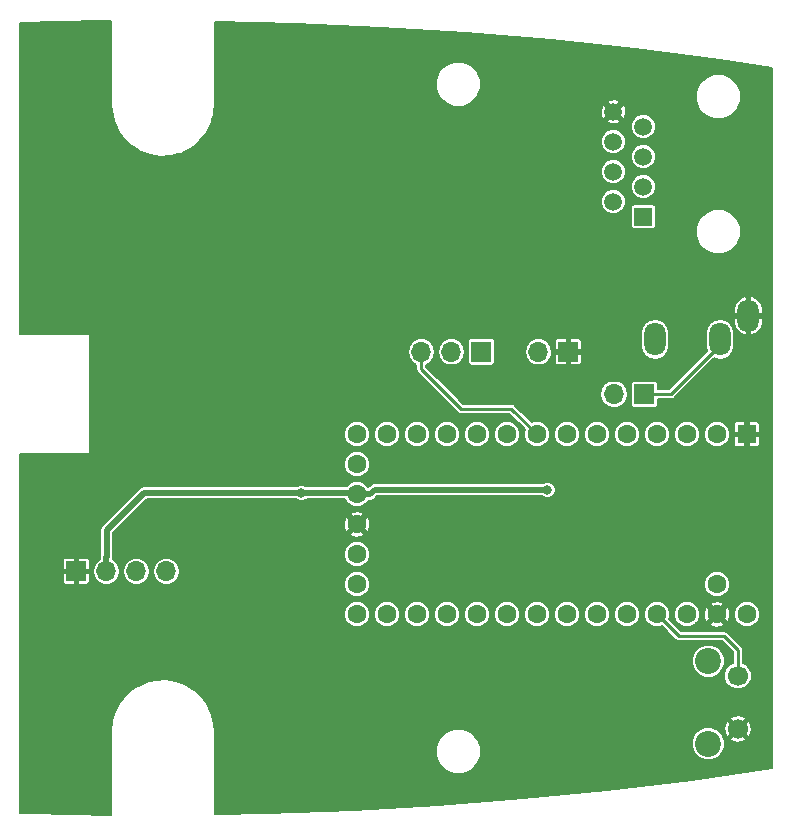
<source format=gbl>
G04 #@! TF.GenerationSoftware,KiCad,Pcbnew,5.0.2+dfsg1-1*
G04 #@! TF.CreationDate,2019-05-10T18:20:53+02:00*
G04 #@! TF.ProjectId,bt-trx-dev-board,62742d74-7278-42d6-9465-762d626f6172,2.0*
G04 #@! TF.SameCoordinates,Original*
G04 #@! TF.FileFunction,Copper,L2,Bot*
G04 #@! TF.FilePolarity,Positive*
%FSLAX46Y46*%
G04 Gerber Fmt 4.6, Leading zero omitted, Abs format (unit mm)*
G04 Created by KiCad (PCBNEW 5.0.2+dfsg1-1) date Fri 10 May 2019 06:20:53 PM CEST*
%MOMM*%
%LPD*%
G01*
G04 APERTURE LIST*
G04 #@! TA.AperFunction,ComponentPad*
%ADD10O,1.700000X1.700000*%
G04 #@! TD*
G04 #@! TA.AperFunction,ComponentPad*
%ADD11R,1.700000X1.700000*%
G04 #@! TD*
G04 #@! TA.AperFunction,ComponentPad*
%ADD12R,1.500000X1.500000*%
G04 #@! TD*
G04 #@! TA.AperFunction,ComponentPad*
%ADD13C,1.500000*%
G04 #@! TD*
G04 #@! TA.AperFunction,ComponentPad*
%ADD14O,1.800000X2.800000*%
G04 #@! TD*
G04 #@! TA.AperFunction,ComponentPad*
%ADD15C,2.200000*%
G04 #@! TD*
G04 #@! TA.AperFunction,ComponentPad*
%ADD16C,1.700000*%
G04 #@! TD*
G04 #@! TA.AperFunction,ComponentPad*
%ADD17C,1.600000*%
G04 #@! TD*
G04 #@! TA.AperFunction,ComponentPad*
%ADD18R,1.600000X1.600000*%
G04 #@! TD*
G04 #@! TA.AperFunction,ViaPad*
%ADD19C,0.800000*%
G04 #@! TD*
G04 #@! TA.AperFunction,Conductor*
%ADD20C,0.500000*%
G04 #@! TD*
G04 #@! TA.AperFunction,Conductor*
%ADD21C,0.250000*%
G04 #@! TD*
G04 #@! TA.AperFunction,Conductor*
%ADD22C,0.200000*%
G04 #@! TD*
G04 APERTURE END LIST*
D10*
G04 #@! TO.P,J2,2*
G04 #@! TO.N,/PTT_BUTTON*
X164038000Y-92912000D03*
D11*
G04 #@! TO.P,J2,1*
G04 #@! TO.N,GND*
X166578000Y-92912000D03*
G04 #@! TD*
G04 #@! TO.P,J4,1*
G04 #@! TO.N,/PTT_BUTTON*
X159212000Y-92912000D03*
D10*
G04 #@! TO.P,J4,2*
G04 #@! TO.N,/PTT*
X156672000Y-92912000D03*
G04 #@! TO.P,J4,3*
G04 #@! TO.N,/PTT_UC*
X154132000Y-92912000D03*
G04 #@! TD*
D11*
G04 #@! TO.P,J6,1*
G04 #@! TO.N,/PTT_BUTTON*
X173000000Y-96500000D03*
D10*
G04 #@! TO.P,J6,2*
G04 #@! TO.N,/PTT_IN*
X170460000Y-96500000D03*
G04 #@! TD*
D12*
G04 #@! TO.P,J5,1*
G04 #@! TO.N,/CAT_TX*
X172928000Y-81482000D03*
D13*
G04 #@! TO.P,J5,2*
G04 #@! TO.N,/AUDIO_IN_B*
X170388000Y-80212000D03*
G04 #@! TO.P,J5,3*
G04 #@! TO.N,/CAT_RX*
X172928000Y-78942000D03*
G04 #@! TO.P,J5,4*
G04 #@! TO.N,/AUDIO_IN_A*
X170388000Y-77672000D03*
G04 #@! TO.P,J5,5*
G04 #@! TO.N,/PTT*
X172928000Y-76402000D03*
G04 #@! TO.P,J5,6*
G04 #@! TO.N,/AUDIO_OUT*
X170388000Y-75132000D03*
G04 #@! TO.P,J5,7*
G04 #@! TO.N,/V_IN*
X172928000Y-73862000D03*
G04 #@! TO.P,J5,8*
G04 #@! TO.N,GND*
X170388000Y-72592000D03*
G04 #@! TD*
D14*
G04 #@! TO.P,J3,S*
G04 #@! TO.N,GND*
X181818000Y-89864000D03*
G04 #@! TO.P,J3,T*
G04 #@! TO.N,/PTT_BUTTON*
X179418000Y-91864000D03*
G04 #@! TO.P,J3,R*
G04 #@! TO.N,N/C*
X173918000Y-91864000D03*
G04 #@! TD*
D11*
G04 #@! TO.P,J7,1*
G04 #@! TO.N,GND*
X124920000Y-111500000D03*
D10*
G04 #@! TO.P,J7,2*
G04 #@! TO.N,+3V3*
X127460000Y-111500000D03*
G04 #@! TO.P,J7,3*
G04 #@! TO.N,/Microcontroller/SCL*
X130000000Y-111500000D03*
G04 #@! TO.P,J7,4*
G04 #@! TO.N,/Microcontroller/SDA*
X132540000Y-111500000D03*
G04 #@! TD*
D15*
G04 #@! TO.P,SW1,*
G04 #@! TO.N,*
X178429000Y-126094000D03*
X178429000Y-119094000D03*
D16*
G04 #@! TO.P,SW1,2*
G04 #@! TO.N,GND*
X180929000Y-124844000D03*
G04 #@! TO.P,SW1,1*
G04 #@! TO.N,/Microcontroller/BTN0*
X180929000Y-120344000D03*
G04 #@! TD*
D17*
G04 #@! TO.P,U3,17*
G04 #@! TO.N,GND*
X148671000Y-107517000D03*
G04 #@! TO.P,U3,18*
G04 #@! TO.N,N/C*
X148671000Y-110057000D03*
G04 #@! TO.P,U3,19*
X148671000Y-112597000D03*
G04 #@! TO.P,U3,20*
G04 #@! TO.N,/WT32_ONOFF_FROM_UC*
X148671000Y-115137000D03*
G04 #@! TO.P,U3,16*
G04 #@! TO.N,+3V3*
X148671000Y-104977000D03*
G04 #@! TO.P,U3,15*
G04 #@! TO.N,N/C*
X148671000Y-102437000D03*
G04 #@! TO.P,U3,14*
X148671000Y-99897000D03*
G04 #@! TO.P,U3,21*
G04 #@! TO.N,/UART_UC_CTS*
X151211000Y-115137000D03*
G04 #@! TO.P,U3,22*
G04 #@! TO.N,/UART_UC_RTS*
X153751000Y-115137000D03*
G04 #@! TO.P,U3,23*
G04 #@! TO.N,N/C*
X156291000Y-115137000D03*
G04 #@! TO.P,U3,24*
X158831000Y-115137000D03*
G04 #@! TO.P,U3,25*
G04 #@! TO.N,/Microcontroller/SDA*
X161371000Y-115137000D03*
G04 #@! TO.P,U3,26*
G04 #@! TO.N,/Microcontroller/SCL*
X163911000Y-115137000D03*
G04 #@! TO.P,U3,27*
G04 #@! TO.N,N/C*
X166451000Y-115137000D03*
G04 #@! TO.P,U3,28*
X168991000Y-115137000D03*
G04 #@! TO.P,U3,29*
X171531000Y-115137000D03*
G04 #@! TO.P,U3,30*
G04 #@! TO.N,/Microcontroller/BTN0*
X174071000Y-115137000D03*
G04 #@! TO.P,U3,31*
G04 #@! TO.N,+3V3*
X176611000Y-115137000D03*
G04 #@! TO.P,U3,32*
G04 #@! TO.N,GND*
X179151000Y-115137000D03*
G04 #@! TO.P,U3,33*
G04 #@! TO.N,+5V*
X181691000Y-115137000D03*
G04 #@! TO.P,U3,34*
G04 #@! TO.N,/Microcontroller/VUSB*
X179151000Y-112597000D03*
G04 #@! TO.P,U3,13*
G04 #@! TO.N,N/C*
X151211000Y-99897000D03*
G04 #@! TO.P,U3,12*
X153751000Y-99897000D03*
G04 #@! TO.P,U3,11*
X156291000Y-99897000D03*
G04 #@! TO.P,U3,10*
G04 #@! TO.N,/UART_UC_TX*
X158831000Y-99897000D03*
G04 #@! TO.P,U3,9*
G04 #@! TO.N,/UART_UC_RX*
X161371000Y-99897000D03*
G04 #@! TO.P,U3,8*
G04 #@! TO.N,/PTT_UC*
X163911000Y-99897000D03*
G04 #@! TO.P,U3,7*
G04 #@! TO.N,/PTT_IN*
X166451000Y-99897000D03*
G04 #@! TO.P,U3,6*
G04 #@! TO.N,/Microcontroller/LED1*
X168991000Y-99897000D03*
G04 #@! TO.P,U3,5*
G04 #@! TO.N,/Microcontroller/LED0*
X171531000Y-99897000D03*
G04 #@! TO.P,U3,4*
G04 #@! TO.N,N/C*
X174071000Y-99897000D03*
G04 #@! TO.P,U3,3*
G04 #@! TO.N,/CAT_TX*
X176611000Y-99897000D03*
G04 #@! TO.P,U3,2*
G04 #@! TO.N,/CAT_RX*
X179151000Y-99897000D03*
D18*
G04 #@! TO.P,U3,1*
G04 #@! TO.N,GND*
X181691000Y-99897000D03*
G04 #@! TD*
D19*
G04 #@! TO.N,GND*
X137000000Y-66000000D03*
X121000000Y-91000000D03*
X123000000Y-91000000D03*
X125000000Y-91000000D03*
X127000000Y-91000000D03*
X127000000Y-93000000D03*
X127000000Y-95000000D03*
X127000000Y-97000000D03*
X127000000Y-99000000D03*
X127000000Y-101000000D03*
X121000000Y-102000000D03*
X123000000Y-102000000D03*
X125000000Y-102000000D03*
X121000000Y-89000000D03*
X121000000Y-87000000D03*
X121000000Y-85000000D03*
X121000000Y-83000000D03*
X121000000Y-104000000D03*
X121000000Y-106000000D03*
X121000000Y-108000000D03*
X121000000Y-110000000D03*
X121000000Y-66000000D03*
X127000000Y-66000000D03*
X127000000Y-131000000D03*
X121000000Y-131000000D03*
X138000000Y-131000000D03*
X183000000Y-70000000D03*
X157000000Y-67000000D03*
X157000000Y-130000000D03*
X145500000Y-100750000D03*
G04 #@! TO.N,+3V3*
X164800000Y-104596000D03*
X143972000Y-104850000D03*
G04 #@! TD*
D20*
G04 #@! TO.N,+3V3*
X149802370Y-104977000D02*
X150183370Y-104596000D01*
X148671000Y-104977000D02*
X149802370Y-104977000D01*
X150183370Y-104596000D02*
X164800000Y-104596000D01*
X148544000Y-104850000D02*
X148671000Y-104977000D01*
X143972000Y-104850000D02*
X148544000Y-104850000D01*
X127460000Y-110297919D02*
X127500000Y-110257919D01*
X127460000Y-111500000D02*
X127460000Y-110297919D01*
X127500000Y-110257919D02*
X127500000Y-108000000D01*
X130650000Y-104850000D02*
X143972000Y-104850000D01*
X127500000Y-108000000D02*
X130650000Y-104850000D01*
D21*
G04 #@! TO.N,/PTT_BUTTON*
X174100000Y-96500000D02*
X173000000Y-96500000D01*
X175282000Y-96500000D02*
X174100000Y-96500000D01*
X179418000Y-92364000D02*
X175282000Y-96500000D01*
X179418000Y-91864000D02*
X179418000Y-92364000D01*
G04 #@! TO.N,/PTT_UC*
X154132000Y-94368081D02*
X157501919Y-97738000D01*
X154132000Y-93166000D02*
X154132000Y-94368081D01*
X161752000Y-97738000D02*
X163911000Y-99897000D01*
X157501919Y-97738000D02*
X161752000Y-97738000D01*
G04 #@! TO.N,/Microcontroller/BTN0*
X180929000Y-118179000D02*
X180929000Y-120344000D01*
X179750000Y-117000000D02*
X180929000Y-118179000D01*
X174071000Y-115137000D02*
X175934000Y-117000000D01*
X175934000Y-117000000D02*
X179750000Y-117000000D01*
G04 #@! TD*
D22*
G04 #@! TO.N,GND*
G36*
X127875000Y-72070976D02*
X127876929Y-72080674D01*
X127897426Y-72471786D01*
X127898831Y-72480862D01*
X127898831Y-72490056D01*
X127904837Y-72528846D01*
X128070162Y-73320212D01*
X128075708Y-73337694D01*
X128079397Y-73355667D01*
X128093079Y-73392457D01*
X128414154Y-74134416D01*
X128423104Y-74150430D01*
X128430330Y-74167289D01*
X128451125Y-74200568D01*
X128451130Y-74200577D01*
X128451134Y-74200581D01*
X128914838Y-74862820D01*
X128926827Y-74876709D01*
X128937293Y-74891768D01*
X128964353Y-74920183D01*
X128964362Y-74920194D01*
X128964368Y-74920198D01*
X129551761Y-75475670D01*
X129566290Y-75486859D01*
X129579579Y-75499514D01*
X129611801Y-75521908D01*
X129611810Y-75521915D01*
X129611815Y-75521917D01*
X130298907Y-75947932D01*
X130315392Y-75955972D01*
X130330950Y-75965694D01*
X130367028Y-75981157D01*
X131125753Y-76260314D01*
X131143522Y-76264876D01*
X131160714Y-76271270D01*
X131199164Y-76279163D01*
X131998525Y-76400055D01*
X132016850Y-76400951D01*
X132034975Y-76403757D01*
X132074227Y-76403757D01*
X132881569Y-76361446D01*
X132899692Y-76358640D01*
X132918019Y-76357744D01*
X132956469Y-76349851D01*
X133558083Y-76193142D01*
X171878000Y-76193142D01*
X171878000Y-76610858D01*
X172037853Y-76996777D01*
X172333223Y-77292147D01*
X172719142Y-77452000D01*
X173136858Y-77452000D01*
X173522777Y-77292147D01*
X173818147Y-76996777D01*
X173978000Y-76610858D01*
X173978000Y-76193142D01*
X173818147Y-75807223D01*
X173522777Y-75511853D01*
X173136858Y-75352000D01*
X172719142Y-75352000D01*
X172333223Y-75511853D01*
X172037853Y-75807223D01*
X171878000Y-76193142D01*
X133558083Y-76193142D01*
X133738815Y-76146065D01*
X133756009Y-76139671D01*
X133773775Y-76135109D01*
X133809853Y-76119646D01*
X134535242Y-75762710D01*
X134550796Y-75752991D01*
X134567286Y-75744948D01*
X134599517Y-75722546D01*
X135238318Y-75227041D01*
X135251600Y-75214393D01*
X135266136Y-75203199D01*
X135293195Y-75174784D01*
X135293205Y-75174774D01*
X135293209Y-75174769D01*
X135508879Y-74923142D01*
X169338000Y-74923142D01*
X169338000Y-75340858D01*
X169497853Y-75726777D01*
X169793223Y-76022147D01*
X170179142Y-76182000D01*
X170596858Y-76182000D01*
X170982777Y-76022147D01*
X171278147Y-75726777D01*
X171438000Y-75340858D01*
X171438000Y-74923142D01*
X171278147Y-74537223D01*
X170982777Y-74241853D01*
X170596858Y-74082000D01*
X170179142Y-74082000D01*
X169793223Y-74241853D01*
X169497853Y-74537223D01*
X169338000Y-74923142D01*
X135508879Y-74923142D01*
X135819323Y-74560941D01*
X135829791Y-74545879D01*
X135841779Y-74531991D01*
X135862579Y-74498704D01*
X136254524Y-73791617D01*
X136261750Y-73774758D01*
X136270699Y-73758745D01*
X136284381Y-73721954D01*
X136386404Y-73396396D01*
X169801393Y-73396396D01*
X169889867Y-73539621D01*
X170290424Y-73658116D01*
X170337584Y-73653142D01*
X171878000Y-73653142D01*
X171878000Y-74070858D01*
X172037853Y-74456777D01*
X172333223Y-74752147D01*
X172719142Y-74912000D01*
X173136858Y-74912000D01*
X173522777Y-74752147D01*
X173818147Y-74456777D01*
X173978000Y-74070858D01*
X173978000Y-73653142D01*
X173818147Y-73267223D01*
X173522777Y-72971853D01*
X173136858Y-72812000D01*
X172719142Y-72812000D01*
X172333223Y-72971853D01*
X172037853Y-73267223D01*
X171878000Y-73653142D01*
X170337584Y-73653142D01*
X170705837Y-73614303D01*
X170886133Y-73539621D01*
X170974607Y-73396396D01*
X170388000Y-72809789D01*
X169801393Y-73396396D01*
X136386404Y-73396396D01*
X136526141Y-72950498D01*
X136529829Y-72932534D01*
X136535377Y-72915044D01*
X136541378Y-72876274D01*
X136541382Y-72876254D01*
X136541382Y-72876244D01*
X136580166Y-72494424D01*
X169321884Y-72494424D01*
X169365697Y-72909837D01*
X169440379Y-73090133D01*
X169583604Y-73178607D01*
X170170211Y-72592000D01*
X170605789Y-72592000D01*
X171192396Y-73178607D01*
X171335621Y-73090133D01*
X171454116Y-72689576D01*
X171410303Y-72274163D01*
X171335621Y-72093867D01*
X171192396Y-72005393D01*
X170605789Y-72592000D01*
X170170211Y-72592000D01*
X169583604Y-72005393D01*
X169440379Y-72093867D01*
X169321884Y-72494424D01*
X136580166Y-72494424D01*
X136621277Y-72089696D01*
X136625000Y-72070977D01*
X136625000Y-69872067D01*
X155350000Y-69872067D01*
X155350000Y-70627933D01*
X155639258Y-71326263D01*
X156173737Y-71860742D01*
X156872067Y-72150000D01*
X157627933Y-72150000D01*
X158326263Y-71860742D01*
X158399401Y-71787604D01*
X169801393Y-71787604D01*
X170388000Y-72374211D01*
X170974607Y-71787604D01*
X170886133Y-71644379D01*
X170485576Y-71525884D01*
X170070163Y-71569697D01*
X169889867Y-71644379D01*
X169801393Y-71787604D01*
X158399401Y-71787604D01*
X158860742Y-71326263D01*
X159019052Y-70944067D01*
X177378000Y-70944067D01*
X177378000Y-71699933D01*
X177667258Y-72398263D01*
X178201737Y-72932742D01*
X178900067Y-73222000D01*
X179655933Y-73222000D01*
X180354263Y-72932742D01*
X180888742Y-72398263D01*
X181178000Y-71699933D01*
X181178000Y-70944067D01*
X180888742Y-70245737D01*
X180354263Y-69711258D01*
X179655933Y-69422000D01*
X178900067Y-69422000D01*
X178201737Y-69711258D01*
X177667258Y-70245737D01*
X177378000Y-70944067D01*
X159019052Y-70944067D01*
X159150000Y-70627933D01*
X159150000Y-69872067D01*
X158860742Y-69173737D01*
X158326263Y-68639258D01*
X157627933Y-68350000D01*
X156872067Y-68350000D01*
X156173737Y-68639258D01*
X155639258Y-69173737D01*
X155350000Y-69872067D01*
X136625000Y-69872067D01*
X136625000Y-64998592D01*
X143459440Y-65149423D01*
X150669215Y-65459705D01*
X157870917Y-65920908D01*
X165061351Y-66532829D01*
X172237449Y-67295205D01*
X179396639Y-68207781D01*
X183850001Y-68854863D01*
X183850000Y-128177967D01*
X177048468Y-129142382D01*
X169883838Y-130005641D01*
X162702674Y-130718668D01*
X155508164Y-131281148D01*
X148303465Y-131692833D01*
X141091079Y-131953567D01*
X136625000Y-132036773D01*
X136625000Y-126372067D01*
X155350000Y-126372067D01*
X155350000Y-127127933D01*
X155639258Y-127826263D01*
X156173737Y-128360742D01*
X156872067Y-128650000D01*
X157627933Y-128650000D01*
X158326263Y-128360742D01*
X158860742Y-127826263D01*
X159150000Y-127127933D01*
X159150000Y-126372067D01*
X158919472Y-125815523D01*
X177029000Y-125815523D01*
X177029000Y-126372477D01*
X177242137Y-126887037D01*
X177635963Y-127280863D01*
X178150523Y-127494000D01*
X178707477Y-127494000D01*
X179222037Y-127280863D01*
X179615863Y-126887037D01*
X179829000Y-126372477D01*
X179829000Y-125815523D01*
X179789967Y-125721288D01*
X180269501Y-125721288D01*
X180370363Y-125874898D01*
X180807394Y-126010206D01*
X181262939Y-125967971D01*
X181487637Y-125874898D01*
X181588499Y-125721288D01*
X180929000Y-125061789D01*
X180269501Y-125721288D01*
X179789967Y-125721288D01*
X179615863Y-125300963D01*
X179222037Y-124907137D01*
X178776027Y-124722394D01*
X179762794Y-124722394D01*
X179805029Y-125177939D01*
X179898102Y-125402637D01*
X180051712Y-125503499D01*
X180711211Y-124844000D01*
X181146789Y-124844000D01*
X181806288Y-125503499D01*
X181959898Y-125402637D01*
X182095206Y-124965606D01*
X182052971Y-124510061D01*
X181959898Y-124285363D01*
X181806288Y-124184501D01*
X181146789Y-124844000D01*
X180711211Y-124844000D01*
X180051712Y-124184501D01*
X179898102Y-124285363D01*
X179762794Y-124722394D01*
X178776027Y-124722394D01*
X178707477Y-124694000D01*
X178150523Y-124694000D01*
X177635963Y-124907137D01*
X177242137Y-125300963D01*
X177029000Y-125815523D01*
X158919472Y-125815523D01*
X158860742Y-125673737D01*
X158326263Y-125139258D01*
X157627933Y-124850000D01*
X156872067Y-124850000D01*
X156173737Y-125139258D01*
X155639258Y-125673737D01*
X155350000Y-126372067D01*
X136625000Y-126372067D01*
X136625000Y-124963069D01*
X136623071Y-124953370D01*
X136602574Y-124562260D01*
X136601169Y-124553184D01*
X136601169Y-124543990D01*
X136595163Y-124505200D01*
X136482667Y-123966712D01*
X180269501Y-123966712D01*
X180929000Y-124626211D01*
X181588499Y-123966712D01*
X181487637Y-123813102D01*
X181050606Y-123677794D01*
X180595061Y-123720029D01*
X180370363Y-123813102D01*
X180269501Y-123966712D01*
X136482667Y-123966712D01*
X136429838Y-123713834D01*
X136424292Y-123696351D01*
X136420603Y-123678380D01*
X136406921Y-123641590D01*
X136085846Y-122899630D01*
X136076899Y-122883622D01*
X136069671Y-122866757D01*
X136048870Y-122833470D01*
X135585162Y-122171227D01*
X135573177Y-122157342D01*
X135562707Y-122142278D01*
X135535647Y-122113863D01*
X135535638Y-122113852D01*
X135535632Y-122113848D01*
X134948239Y-121558376D01*
X134933710Y-121547187D01*
X134920421Y-121534532D01*
X134888199Y-121512138D01*
X134888190Y-121512131D01*
X134888185Y-121512129D01*
X134201093Y-121086114D01*
X134184608Y-121078074D01*
X134169050Y-121068352D01*
X134132972Y-121052889D01*
X133374247Y-120773732D01*
X133356478Y-120769170D01*
X133339286Y-120762776D01*
X133300836Y-120754883D01*
X132501475Y-120633991D01*
X132483150Y-120633095D01*
X132465025Y-120630289D01*
X132425773Y-120630289D01*
X131618431Y-120672600D01*
X131600308Y-120675406D01*
X131581981Y-120676302D01*
X131543531Y-120684195D01*
X130761186Y-120887981D01*
X130743994Y-120894375D01*
X130726225Y-120898937D01*
X130690147Y-120914400D01*
X129964758Y-121271336D01*
X129949204Y-121281055D01*
X129932714Y-121289098D01*
X129900483Y-121311500D01*
X129261682Y-121807005D01*
X129248397Y-121819656D01*
X129233864Y-121830848D01*
X129206805Y-121859262D01*
X129206795Y-121859272D01*
X129206791Y-121859277D01*
X128680676Y-122473106D01*
X128670207Y-122488168D01*
X128658221Y-122502055D01*
X128637421Y-122535342D01*
X128245477Y-123242428D01*
X128238252Y-123259285D01*
X128229301Y-123275301D01*
X128215619Y-123312091D01*
X127973859Y-124083548D01*
X127970172Y-124101510D01*
X127964623Y-124119002D01*
X127958619Y-124157792D01*
X127878723Y-124944352D01*
X127875000Y-124963070D01*
X127875001Y-132116632D01*
X121036282Y-131965707D01*
X120148319Y-131935158D01*
X120148646Y-118815523D01*
X177029000Y-118815523D01*
X177029000Y-119372477D01*
X177242137Y-119887037D01*
X177635963Y-120280863D01*
X178150523Y-120494000D01*
X178707477Y-120494000D01*
X179222037Y-120280863D01*
X179615863Y-119887037D01*
X179829000Y-119372477D01*
X179829000Y-118815523D01*
X179615863Y-118300963D01*
X179222037Y-117907137D01*
X178707477Y-117694000D01*
X178150523Y-117694000D01*
X177635963Y-117907137D01*
X177242137Y-118300963D01*
X177029000Y-118815523D01*
X120148646Y-118815523D01*
X120148744Y-114918196D01*
X147571000Y-114918196D01*
X147571000Y-115355804D01*
X147738465Y-115760100D01*
X148047900Y-116069535D01*
X148452196Y-116237000D01*
X148889804Y-116237000D01*
X149294100Y-116069535D01*
X149603535Y-115760100D01*
X149771000Y-115355804D01*
X149771000Y-114918196D01*
X150111000Y-114918196D01*
X150111000Y-115355804D01*
X150278465Y-115760100D01*
X150587900Y-116069535D01*
X150992196Y-116237000D01*
X151429804Y-116237000D01*
X151834100Y-116069535D01*
X152143535Y-115760100D01*
X152311000Y-115355804D01*
X152311000Y-114918196D01*
X152651000Y-114918196D01*
X152651000Y-115355804D01*
X152818465Y-115760100D01*
X153127900Y-116069535D01*
X153532196Y-116237000D01*
X153969804Y-116237000D01*
X154374100Y-116069535D01*
X154683535Y-115760100D01*
X154851000Y-115355804D01*
X154851000Y-114918196D01*
X155191000Y-114918196D01*
X155191000Y-115355804D01*
X155358465Y-115760100D01*
X155667900Y-116069535D01*
X156072196Y-116237000D01*
X156509804Y-116237000D01*
X156914100Y-116069535D01*
X157223535Y-115760100D01*
X157391000Y-115355804D01*
X157391000Y-114918196D01*
X157731000Y-114918196D01*
X157731000Y-115355804D01*
X157898465Y-115760100D01*
X158207900Y-116069535D01*
X158612196Y-116237000D01*
X159049804Y-116237000D01*
X159454100Y-116069535D01*
X159763535Y-115760100D01*
X159931000Y-115355804D01*
X159931000Y-114918196D01*
X160271000Y-114918196D01*
X160271000Y-115355804D01*
X160438465Y-115760100D01*
X160747900Y-116069535D01*
X161152196Y-116237000D01*
X161589804Y-116237000D01*
X161994100Y-116069535D01*
X162303535Y-115760100D01*
X162471000Y-115355804D01*
X162471000Y-114918196D01*
X162811000Y-114918196D01*
X162811000Y-115355804D01*
X162978465Y-115760100D01*
X163287900Y-116069535D01*
X163692196Y-116237000D01*
X164129804Y-116237000D01*
X164534100Y-116069535D01*
X164843535Y-115760100D01*
X165011000Y-115355804D01*
X165011000Y-114918196D01*
X165351000Y-114918196D01*
X165351000Y-115355804D01*
X165518465Y-115760100D01*
X165827900Y-116069535D01*
X166232196Y-116237000D01*
X166669804Y-116237000D01*
X167074100Y-116069535D01*
X167383535Y-115760100D01*
X167551000Y-115355804D01*
X167551000Y-114918196D01*
X167891000Y-114918196D01*
X167891000Y-115355804D01*
X168058465Y-115760100D01*
X168367900Y-116069535D01*
X168772196Y-116237000D01*
X169209804Y-116237000D01*
X169614100Y-116069535D01*
X169923535Y-115760100D01*
X170091000Y-115355804D01*
X170091000Y-114918196D01*
X170431000Y-114918196D01*
X170431000Y-115355804D01*
X170598465Y-115760100D01*
X170907900Y-116069535D01*
X171312196Y-116237000D01*
X171749804Y-116237000D01*
X172154100Y-116069535D01*
X172463535Y-115760100D01*
X172631000Y-115355804D01*
X172631000Y-114918196D01*
X172971000Y-114918196D01*
X172971000Y-115355804D01*
X173138465Y-115760100D01*
X173447900Y-116069535D01*
X173852196Y-116237000D01*
X174289804Y-116237000D01*
X174487904Y-116154944D01*
X175603881Y-117270922D01*
X175627592Y-117306408D01*
X175663077Y-117330118D01*
X175768173Y-117400341D01*
X175934000Y-117433326D01*
X175975857Y-117425000D01*
X179573960Y-117425000D01*
X180504000Y-118355041D01*
X180504001Y-119275289D01*
X180277577Y-119369077D01*
X179954077Y-119692577D01*
X179779000Y-120115251D01*
X179779000Y-120572749D01*
X179954077Y-120995423D01*
X180277577Y-121318923D01*
X180700251Y-121494000D01*
X181157749Y-121494000D01*
X181580423Y-121318923D01*
X181903923Y-120995423D01*
X182079000Y-120572749D01*
X182079000Y-120115251D01*
X181903923Y-119692577D01*
X181580423Y-119369077D01*
X181354000Y-119275290D01*
X181354000Y-118220857D01*
X181362326Y-118179000D01*
X181329341Y-118013173D01*
X181259118Y-117908077D01*
X181235408Y-117872592D01*
X181199923Y-117848882D01*
X180080121Y-116729081D01*
X180056408Y-116693592D01*
X179915827Y-116599659D01*
X179791858Y-116575000D01*
X179791857Y-116575000D01*
X179750000Y-116566674D01*
X179708143Y-116575000D01*
X176110041Y-116575000D01*
X175088944Y-115553904D01*
X175171000Y-115355804D01*
X175171000Y-114918196D01*
X175511000Y-114918196D01*
X175511000Y-115355804D01*
X175678465Y-115760100D01*
X175987900Y-116069535D01*
X176392196Y-116237000D01*
X176829804Y-116237000D01*
X177234100Y-116069535D01*
X177325774Y-115977861D01*
X178527928Y-115977861D01*
X178622602Y-116126278D01*
X179041403Y-116253183D01*
X179476891Y-116210160D01*
X179679398Y-116126278D01*
X179774072Y-115977861D01*
X179151000Y-115354789D01*
X178527928Y-115977861D01*
X177325774Y-115977861D01*
X177543535Y-115760100D01*
X177711000Y-115355804D01*
X177711000Y-115027403D01*
X178034817Y-115027403D01*
X178077840Y-115462891D01*
X178161722Y-115665398D01*
X178310139Y-115760072D01*
X178933211Y-115137000D01*
X179368789Y-115137000D01*
X179991861Y-115760072D01*
X180140278Y-115665398D01*
X180267183Y-115246597D01*
X180234740Y-114918196D01*
X180591000Y-114918196D01*
X180591000Y-115355804D01*
X180758465Y-115760100D01*
X181067900Y-116069535D01*
X181472196Y-116237000D01*
X181909804Y-116237000D01*
X182314100Y-116069535D01*
X182623535Y-115760100D01*
X182791000Y-115355804D01*
X182791000Y-114918196D01*
X182623535Y-114513900D01*
X182314100Y-114204465D01*
X181909804Y-114037000D01*
X181472196Y-114037000D01*
X181067900Y-114204465D01*
X180758465Y-114513900D01*
X180591000Y-114918196D01*
X180234740Y-114918196D01*
X180224160Y-114811109D01*
X180140278Y-114608602D01*
X179991861Y-114513928D01*
X179368789Y-115137000D01*
X178933211Y-115137000D01*
X178310139Y-114513928D01*
X178161722Y-114608602D01*
X178034817Y-115027403D01*
X177711000Y-115027403D01*
X177711000Y-114918196D01*
X177543535Y-114513900D01*
X177325774Y-114296139D01*
X178527928Y-114296139D01*
X179151000Y-114919211D01*
X179774072Y-114296139D01*
X179679398Y-114147722D01*
X179260597Y-114020817D01*
X178825109Y-114063840D01*
X178622602Y-114147722D01*
X178527928Y-114296139D01*
X177325774Y-114296139D01*
X177234100Y-114204465D01*
X176829804Y-114037000D01*
X176392196Y-114037000D01*
X175987900Y-114204465D01*
X175678465Y-114513900D01*
X175511000Y-114918196D01*
X175171000Y-114918196D01*
X175003535Y-114513900D01*
X174694100Y-114204465D01*
X174289804Y-114037000D01*
X173852196Y-114037000D01*
X173447900Y-114204465D01*
X173138465Y-114513900D01*
X172971000Y-114918196D01*
X172631000Y-114918196D01*
X172463535Y-114513900D01*
X172154100Y-114204465D01*
X171749804Y-114037000D01*
X171312196Y-114037000D01*
X170907900Y-114204465D01*
X170598465Y-114513900D01*
X170431000Y-114918196D01*
X170091000Y-114918196D01*
X169923535Y-114513900D01*
X169614100Y-114204465D01*
X169209804Y-114037000D01*
X168772196Y-114037000D01*
X168367900Y-114204465D01*
X168058465Y-114513900D01*
X167891000Y-114918196D01*
X167551000Y-114918196D01*
X167383535Y-114513900D01*
X167074100Y-114204465D01*
X166669804Y-114037000D01*
X166232196Y-114037000D01*
X165827900Y-114204465D01*
X165518465Y-114513900D01*
X165351000Y-114918196D01*
X165011000Y-114918196D01*
X164843535Y-114513900D01*
X164534100Y-114204465D01*
X164129804Y-114037000D01*
X163692196Y-114037000D01*
X163287900Y-114204465D01*
X162978465Y-114513900D01*
X162811000Y-114918196D01*
X162471000Y-114918196D01*
X162303535Y-114513900D01*
X161994100Y-114204465D01*
X161589804Y-114037000D01*
X161152196Y-114037000D01*
X160747900Y-114204465D01*
X160438465Y-114513900D01*
X160271000Y-114918196D01*
X159931000Y-114918196D01*
X159763535Y-114513900D01*
X159454100Y-114204465D01*
X159049804Y-114037000D01*
X158612196Y-114037000D01*
X158207900Y-114204465D01*
X157898465Y-114513900D01*
X157731000Y-114918196D01*
X157391000Y-114918196D01*
X157223535Y-114513900D01*
X156914100Y-114204465D01*
X156509804Y-114037000D01*
X156072196Y-114037000D01*
X155667900Y-114204465D01*
X155358465Y-114513900D01*
X155191000Y-114918196D01*
X154851000Y-114918196D01*
X154683535Y-114513900D01*
X154374100Y-114204465D01*
X153969804Y-114037000D01*
X153532196Y-114037000D01*
X153127900Y-114204465D01*
X152818465Y-114513900D01*
X152651000Y-114918196D01*
X152311000Y-114918196D01*
X152143535Y-114513900D01*
X151834100Y-114204465D01*
X151429804Y-114037000D01*
X150992196Y-114037000D01*
X150587900Y-114204465D01*
X150278465Y-114513900D01*
X150111000Y-114918196D01*
X149771000Y-114918196D01*
X149603535Y-114513900D01*
X149294100Y-114204465D01*
X148889804Y-114037000D01*
X148452196Y-114037000D01*
X148047900Y-114204465D01*
X147738465Y-114513900D01*
X147571000Y-114918196D01*
X120148744Y-114918196D01*
X120148824Y-111729000D01*
X123770000Y-111729000D01*
X123770000Y-112409674D01*
X123815672Y-112519937D01*
X123900064Y-112604328D01*
X124010327Y-112650000D01*
X124691000Y-112650000D01*
X124766000Y-112575000D01*
X124766000Y-111654000D01*
X125074000Y-111654000D01*
X125074000Y-112575000D01*
X125149000Y-112650000D01*
X125829673Y-112650000D01*
X125939936Y-112604328D01*
X126024328Y-112519937D01*
X126070000Y-112409674D01*
X126070000Y-111729000D01*
X125995000Y-111654000D01*
X125074000Y-111654000D01*
X124766000Y-111654000D01*
X123845000Y-111654000D01*
X123770000Y-111729000D01*
X120148824Y-111729000D01*
X120148829Y-111500000D01*
X126287471Y-111500000D01*
X126376724Y-111948707D01*
X126630897Y-112329103D01*
X127011293Y-112583276D01*
X127346739Y-112650000D01*
X127573261Y-112650000D01*
X127908707Y-112583276D01*
X128289103Y-112329103D01*
X128543276Y-111948707D01*
X128632529Y-111500000D01*
X128827471Y-111500000D01*
X128916724Y-111948707D01*
X129170897Y-112329103D01*
X129551293Y-112583276D01*
X129886739Y-112650000D01*
X130113261Y-112650000D01*
X130448707Y-112583276D01*
X130829103Y-112329103D01*
X131083276Y-111948707D01*
X131172529Y-111500000D01*
X131367471Y-111500000D01*
X131456724Y-111948707D01*
X131710897Y-112329103D01*
X132091293Y-112583276D01*
X132426739Y-112650000D01*
X132653261Y-112650000D01*
X132988707Y-112583276D01*
X133295630Y-112378196D01*
X147571000Y-112378196D01*
X147571000Y-112815804D01*
X147738465Y-113220100D01*
X148047900Y-113529535D01*
X148452196Y-113697000D01*
X148889804Y-113697000D01*
X149294100Y-113529535D01*
X149603535Y-113220100D01*
X149771000Y-112815804D01*
X149771000Y-112378196D01*
X178051000Y-112378196D01*
X178051000Y-112815804D01*
X178218465Y-113220100D01*
X178527900Y-113529535D01*
X178932196Y-113697000D01*
X179369804Y-113697000D01*
X179774100Y-113529535D01*
X180083535Y-113220100D01*
X180251000Y-112815804D01*
X180251000Y-112378196D01*
X180083535Y-111973900D01*
X179774100Y-111664465D01*
X179369804Y-111497000D01*
X178932196Y-111497000D01*
X178527900Y-111664465D01*
X178218465Y-111973900D01*
X178051000Y-112378196D01*
X149771000Y-112378196D01*
X149603535Y-111973900D01*
X149294100Y-111664465D01*
X148889804Y-111497000D01*
X148452196Y-111497000D01*
X148047900Y-111664465D01*
X147738465Y-111973900D01*
X147571000Y-112378196D01*
X133295630Y-112378196D01*
X133369103Y-112329103D01*
X133623276Y-111948707D01*
X133712529Y-111500000D01*
X133623276Y-111051293D01*
X133369103Y-110670897D01*
X132988707Y-110416724D01*
X132653261Y-110350000D01*
X132426739Y-110350000D01*
X132091293Y-110416724D01*
X131710897Y-110670897D01*
X131456724Y-111051293D01*
X131367471Y-111500000D01*
X131172529Y-111500000D01*
X131083276Y-111051293D01*
X130829103Y-110670897D01*
X130448707Y-110416724D01*
X130113261Y-110350000D01*
X129886739Y-110350000D01*
X129551293Y-110416724D01*
X129170897Y-110670897D01*
X128916724Y-111051293D01*
X128827471Y-111500000D01*
X128632529Y-111500000D01*
X128543276Y-111051293D01*
X128289103Y-110670897D01*
X128010101Y-110484473D01*
X128018089Y-110472518D01*
X128050000Y-110312089D01*
X128050000Y-110312088D01*
X128060775Y-110257919D01*
X128050000Y-110203750D01*
X128050000Y-109838196D01*
X147571000Y-109838196D01*
X147571000Y-110275804D01*
X147738465Y-110680100D01*
X148047900Y-110989535D01*
X148452196Y-111157000D01*
X148889804Y-111157000D01*
X149294100Y-110989535D01*
X149603535Y-110680100D01*
X149771000Y-110275804D01*
X149771000Y-109838196D01*
X149603535Y-109433900D01*
X149294100Y-109124465D01*
X148889804Y-108957000D01*
X148452196Y-108957000D01*
X148047900Y-109124465D01*
X147738465Y-109433900D01*
X147571000Y-109838196D01*
X128050000Y-109838196D01*
X128050000Y-108357861D01*
X148047928Y-108357861D01*
X148142602Y-108506278D01*
X148561403Y-108633183D01*
X148996891Y-108590160D01*
X149199398Y-108506278D01*
X149294072Y-108357861D01*
X148671000Y-107734789D01*
X148047928Y-108357861D01*
X128050000Y-108357861D01*
X128050000Y-108227816D01*
X128870413Y-107407403D01*
X147554817Y-107407403D01*
X147597840Y-107842891D01*
X147681722Y-108045398D01*
X147830139Y-108140072D01*
X148453211Y-107517000D01*
X148888789Y-107517000D01*
X149511861Y-108140072D01*
X149660278Y-108045398D01*
X149787183Y-107626597D01*
X149744160Y-107191109D01*
X149660278Y-106988602D01*
X149511861Y-106893928D01*
X148888789Y-107517000D01*
X148453211Y-107517000D01*
X147830139Y-106893928D01*
X147681722Y-106988602D01*
X147554817Y-107407403D01*
X128870413Y-107407403D01*
X129601677Y-106676139D01*
X148047928Y-106676139D01*
X148671000Y-107299211D01*
X149294072Y-106676139D01*
X149199398Y-106527722D01*
X148780597Y-106400817D01*
X148345109Y-106443840D01*
X148142602Y-106527722D01*
X148047928Y-106676139D01*
X129601677Y-106676139D01*
X130877817Y-105400000D01*
X143532050Y-105400000D01*
X143575482Y-105443432D01*
X143832761Y-105550000D01*
X144111239Y-105550000D01*
X144368518Y-105443432D01*
X144411950Y-105400000D01*
X147655581Y-105400000D01*
X147738465Y-105600100D01*
X148047900Y-105909535D01*
X148452196Y-106077000D01*
X148889804Y-106077000D01*
X149294100Y-105909535D01*
X149603535Y-105600100D01*
X149633814Y-105527000D01*
X149748201Y-105527000D01*
X149802370Y-105537775D01*
X149856539Y-105527000D01*
X149856540Y-105527000D01*
X150016969Y-105495089D01*
X150198898Y-105373528D01*
X150229586Y-105327601D01*
X150411187Y-105146000D01*
X164360050Y-105146000D01*
X164403482Y-105189432D01*
X164660761Y-105296000D01*
X164939239Y-105296000D01*
X165196518Y-105189432D01*
X165393432Y-104992518D01*
X165500000Y-104735239D01*
X165500000Y-104456761D01*
X165393432Y-104199482D01*
X165196518Y-104002568D01*
X164939239Y-103896000D01*
X164660761Y-103896000D01*
X164403482Y-104002568D01*
X164360050Y-104046000D01*
X150237538Y-104046000D01*
X150183369Y-104035225D01*
X150129200Y-104046000D01*
X149968771Y-104077911D01*
X149968770Y-104077912D01*
X149968769Y-104077912D01*
X149860882Y-104150000D01*
X149786842Y-104199472D01*
X149756157Y-104245395D01*
X149616457Y-104385096D01*
X149603535Y-104353900D01*
X149294100Y-104044465D01*
X148889804Y-103877000D01*
X148452196Y-103877000D01*
X148047900Y-104044465D01*
X147792365Y-104300000D01*
X144411950Y-104300000D01*
X144368518Y-104256568D01*
X144111239Y-104150000D01*
X143832761Y-104150000D01*
X143575482Y-104256568D01*
X143532050Y-104300000D01*
X130704169Y-104300000D01*
X130650000Y-104289225D01*
X130595831Y-104300000D01*
X130595830Y-104300000D01*
X130435401Y-104331911D01*
X130253472Y-104453472D01*
X130222786Y-104499397D01*
X127149398Y-107572786D01*
X127103473Y-107603472D01*
X127072788Y-107649396D01*
X126981912Y-107785401D01*
X126939225Y-108000000D01*
X126950001Y-108054174D01*
X126950000Y-110071215D01*
X126941912Y-110083320D01*
X126899225Y-110297919D01*
X126910001Y-110352092D01*
X126910001Y-110484405D01*
X126630897Y-110670897D01*
X126376724Y-111051293D01*
X126287471Y-111500000D01*
X120148829Y-111500000D01*
X120148852Y-110590326D01*
X123770000Y-110590326D01*
X123770000Y-111271000D01*
X123845000Y-111346000D01*
X124766000Y-111346000D01*
X124766000Y-110425000D01*
X125074000Y-110425000D01*
X125074000Y-111346000D01*
X125995000Y-111346000D01*
X126070000Y-111271000D01*
X126070000Y-110590326D01*
X126024328Y-110480063D01*
X125939936Y-110395672D01*
X125829673Y-110350000D01*
X125149000Y-110350000D01*
X125074000Y-110425000D01*
X124766000Y-110425000D01*
X124691000Y-110350000D01*
X124010327Y-110350000D01*
X123900064Y-110395672D01*
X123815672Y-110480063D01*
X123770000Y-110590326D01*
X120148852Y-110590326D01*
X120149062Y-102218196D01*
X147571000Y-102218196D01*
X147571000Y-102655804D01*
X147738465Y-103060100D01*
X148047900Y-103369535D01*
X148452196Y-103537000D01*
X148889804Y-103537000D01*
X149294100Y-103369535D01*
X149603535Y-103060100D01*
X149771000Y-102655804D01*
X149771000Y-102218196D01*
X149603535Y-101813900D01*
X149294100Y-101504465D01*
X148889804Y-101337000D01*
X148452196Y-101337000D01*
X148047900Y-101504465D01*
X147738465Y-101813900D01*
X147571000Y-102218196D01*
X120149062Y-102218196D01*
X120149078Y-101600000D01*
X126000000Y-101600000D01*
X126038268Y-101592388D01*
X126070711Y-101570711D01*
X126092388Y-101538268D01*
X126100000Y-101500000D01*
X126100000Y-99678196D01*
X147571000Y-99678196D01*
X147571000Y-100115804D01*
X147738465Y-100520100D01*
X148047900Y-100829535D01*
X148452196Y-100997000D01*
X148889804Y-100997000D01*
X149294100Y-100829535D01*
X149603535Y-100520100D01*
X149771000Y-100115804D01*
X149771000Y-99678196D01*
X150111000Y-99678196D01*
X150111000Y-100115804D01*
X150278465Y-100520100D01*
X150587900Y-100829535D01*
X150992196Y-100997000D01*
X151429804Y-100997000D01*
X151834100Y-100829535D01*
X152143535Y-100520100D01*
X152311000Y-100115804D01*
X152311000Y-99678196D01*
X152651000Y-99678196D01*
X152651000Y-100115804D01*
X152818465Y-100520100D01*
X153127900Y-100829535D01*
X153532196Y-100997000D01*
X153969804Y-100997000D01*
X154374100Y-100829535D01*
X154683535Y-100520100D01*
X154851000Y-100115804D01*
X154851000Y-99678196D01*
X155191000Y-99678196D01*
X155191000Y-100115804D01*
X155358465Y-100520100D01*
X155667900Y-100829535D01*
X156072196Y-100997000D01*
X156509804Y-100997000D01*
X156914100Y-100829535D01*
X157223535Y-100520100D01*
X157391000Y-100115804D01*
X157391000Y-99678196D01*
X157731000Y-99678196D01*
X157731000Y-100115804D01*
X157898465Y-100520100D01*
X158207900Y-100829535D01*
X158612196Y-100997000D01*
X159049804Y-100997000D01*
X159454100Y-100829535D01*
X159763535Y-100520100D01*
X159931000Y-100115804D01*
X159931000Y-99678196D01*
X160271000Y-99678196D01*
X160271000Y-100115804D01*
X160438465Y-100520100D01*
X160747900Y-100829535D01*
X161152196Y-100997000D01*
X161589804Y-100997000D01*
X161994100Y-100829535D01*
X162303535Y-100520100D01*
X162471000Y-100115804D01*
X162471000Y-99678196D01*
X162303535Y-99273900D01*
X161994100Y-98964465D01*
X161589804Y-98797000D01*
X161152196Y-98797000D01*
X160747900Y-98964465D01*
X160438465Y-99273900D01*
X160271000Y-99678196D01*
X159931000Y-99678196D01*
X159763535Y-99273900D01*
X159454100Y-98964465D01*
X159049804Y-98797000D01*
X158612196Y-98797000D01*
X158207900Y-98964465D01*
X157898465Y-99273900D01*
X157731000Y-99678196D01*
X157391000Y-99678196D01*
X157223535Y-99273900D01*
X156914100Y-98964465D01*
X156509804Y-98797000D01*
X156072196Y-98797000D01*
X155667900Y-98964465D01*
X155358465Y-99273900D01*
X155191000Y-99678196D01*
X154851000Y-99678196D01*
X154683535Y-99273900D01*
X154374100Y-98964465D01*
X153969804Y-98797000D01*
X153532196Y-98797000D01*
X153127900Y-98964465D01*
X152818465Y-99273900D01*
X152651000Y-99678196D01*
X152311000Y-99678196D01*
X152143535Y-99273900D01*
X151834100Y-98964465D01*
X151429804Y-98797000D01*
X150992196Y-98797000D01*
X150587900Y-98964465D01*
X150278465Y-99273900D01*
X150111000Y-99678196D01*
X149771000Y-99678196D01*
X149603535Y-99273900D01*
X149294100Y-98964465D01*
X148889804Y-98797000D01*
X148452196Y-98797000D01*
X148047900Y-98964465D01*
X147738465Y-99273900D01*
X147571000Y-99678196D01*
X126100000Y-99678196D01*
X126100000Y-92912000D01*
X152959471Y-92912000D01*
X153048724Y-93360707D01*
X153302897Y-93741103D01*
X153683293Y-93995276D01*
X153707001Y-93999992D01*
X153707001Y-94326219D01*
X153698674Y-94368081D01*
X153731659Y-94533907D01*
X153731660Y-94533908D01*
X153825593Y-94674489D01*
X153861079Y-94698200D01*
X157171800Y-98008922D01*
X157195511Y-98044408D01*
X157230996Y-98068118D01*
X157336092Y-98138341D01*
X157501918Y-98171326D01*
X157543776Y-98163000D01*
X161575960Y-98163000D01*
X162893056Y-99480096D01*
X162811000Y-99678196D01*
X162811000Y-100115804D01*
X162978465Y-100520100D01*
X163287900Y-100829535D01*
X163692196Y-100997000D01*
X164129804Y-100997000D01*
X164534100Y-100829535D01*
X164843535Y-100520100D01*
X165011000Y-100115804D01*
X165011000Y-99678196D01*
X165351000Y-99678196D01*
X165351000Y-100115804D01*
X165518465Y-100520100D01*
X165827900Y-100829535D01*
X166232196Y-100997000D01*
X166669804Y-100997000D01*
X167074100Y-100829535D01*
X167383535Y-100520100D01*
X167551000Y-100115804D01*
X167551000Y-99678196D01*
X167891000Y-99678196D01*
X167891000Y-100115804D01*
X168058465Y-100520100D01*
X168367900Y-100829535D01*
X168772196Y-100997000D01*
X169209804Y-100997000D01*
X169614100Y-100829535D01*
X169923535Y-100520100D01*
X170091000Y-100115804D01*
X170091000Y-99678196D01*
X170431000Y-99678196D01*
X170431000Y-100115804D01*
X170598465Y-100520100D01*
X170907900Y-100829535D01*
X171312196Y-100997000D01*
X171749804Y-100997000D01*
X172154100Y-100829535D01*
X172463535Y-100520100D01*
X172631000Y-100115804D01*
X172631000Y-99678196D01*
X172971000Y-99678196D01*
X172971000Y-100115804D01*
X173138465Y-100520100D01*
X173447900Y-100829535D01*
X173852196Y-100997000D01*
X174289804Y-100997000D01*
X174694100Y-100829535D01*
X175003535Y-100520100D01*
X175171000Y-100115804D01*
X175171000Y-99678196D01*
X175511000Y-99678196D01*
X175511000Y-100115804D01*
X175678465Y-100520100D01*
X175987900Y-100829535D01*
X176392196Y-100997000D01*
X176829804Y-100997000D01*
X177234100Y-100829535D01*
X177543535Y-100520100D01*
X177711000Y-100115804D01*
X177711000Y-99678196D01*
X178051000Y-99678196D01*
X178051000Y-100115804D01*
X178218465Y-100520100D01*
X178527900Y-100829535D01*
X178932196Y-100997000D01*
X179369804Y-100997000D01*
X179774100Y-100829535D01*
X180083535Y-100520100D01*
X180246776Y-100126000D01*
X180591000Y-100126000D01*
X180591000Y-100756673D01*
X180636672Y-100866936D01*
X180721063Y-100951328D01*
X180831326Y-100997000D01*
X181462000Y-100997000D01*
X181537000Y-100922000D01*
X181537000Y-100051000D01*
X181845000Y-100051000D01*
X181845000Y-100922000D01*
X181920000Y-100997000D01*
X182550674Y-100997000D01*
X182660937Y-100951328D01*
X182745328Y-100866936D01*
X182791000Y-100756673D01*
X182791000Y-100126000D01*
X182716000Y-100051000D01*
X181845000Y-100051000D01*
X181537000Y-100051000D01*
X180666000Y-100051000D01*
X180591000Y-100126000D01*
X180246776Y-100126000D01*
X180251000Y-100115804D01*
X180251000Y-99678196D01*
X180083535Y-99273900D01*
X179846962Y-99037327D01*
X180591000Y-99037327D01*
X180591000Y-99668000D01*
X180666000Y-99743000D01*
X181537000Y-99743000D01*
X181537000Y-98872000D01*
X181845000Y-98872000D01*
X181845000Y-99743000D01*
X182716000Y-99743000D01*
X182791000Y-99668000D01*
X182791000Y-99037327D01*
X182745328Y-98927064D01*
X182660937Y-98842672D01*
X182550674Y-98797000D01*
X181920000Y-98797000D01*
X181845000Y-98872000D01*
X181537000Y-98872000D01*
X181462000Y-98797000D01*
X180831326Y-98797000D01*
X180721063Y-98842672D01*
X180636672Y-98927064D01*
X180591000Y-99037327D01*
X179846962Y-99037327D01*
X179774100Y-98964465D01*
X179369804Y-98797000D01*
X178932196Y-98797000D01*
X178527900Y-98964465D01*
X178218465Y-99273900D01*
X178051000Y-99678196D01*
X177711000Y-99678196D01*
X177543535Y-99273900D01*
X177234100Y-98964465D01*
X176829804Y-98797000D01*
X176392196Y-98797000D01*
X175987900Y-98964465D01*
X175678465Y-99273900D01*
X175511000Y-99678196D01*
X175171000Y-99678196D01*
X175003535Y-99273900D01*
X174694100Y-98964465D01*
X174289804Y-98797000D01*
X173852196Y-98797000D01*
X173447900Y-98964465D01*
X173138465Y-99273900D01*
X172971000Y-99678196D01*
X172631000Y-99678196D01*
X172463535Y-99273900D01*
X172154100Y-98964465D01*
X171749804Y-98797000D01*
X171312196Y-98797000D01*
X170907900Y-98964465D01*
X170598465Y-99273900D01*
X170431000Y-99678196D01*
X170091000Y-99678196D01*
X169923535Y-99273900D01*
X169614100Y-98964465D01*
X169209804Y-98797000D01*
X168772196Y-98797000D01*
X168367900Y-98964465D01*
X168058465Y-99273900D01*
X167891000Y-99678196D01*
X167551000Y-99678196D01*
X167383535Y-99273900D01*
X167074100Y-98964465D01*
X166669804Y-98797000D01*
X166232196Y-98797000D01*
X165827900Y-98964465D01*
X165518465Y-99273900D01*
X165351000Y-99678196D01*
X165011000Y-99678196D01*
X164843535Y-99273900D01*
X164534100Y-98964465D01*
X164129804Y-98797000D01*
X163692196Y-98797000D01*
X163494096Y-98879056D01*
X162082121Y-97467081D01*
X162058408Y-97431592D01*
X161917827Y-97337659D01*
X161793858Y-97313000D01*
X161793857Y-97313000D01*
X161752000Y-97304674D01*
X161710143Y-97313000D01*
X157677960Y-97313000D01*
X156864960Y-96500000D01*
X169287471Y-96500000D01*
X169376724Y-96948707D01*
X169630897Y-97329103D01*
X170011293Y-97583276D01*
X170346739Y-97650000D01*
X170573261Y-97650000D01*
X170908707Y-97583276D01*
X171289103Y-97329103D01*
X171543276Y-96948707D01*
X171632529Y-96500000D01*
X171543276Y-96051293D01*
X171289103Y-95670897D01*
X171257829Y-95650000D01*
X171844123Y-95650000D01*
X171844123Y-97350000D01*
X171867407Y-97467054D01*
X171933712Y-97566288D01*
X172032946Y-97632593D01*
X172150000Y-97655877D01*
X173850000Y-97655877D01*
X173967054Y-97632593D01*
X174066288Y-97566288D01*
X174132593Y-97467054D01*
X174155877Y-97350000D01*
X174155877Y-96925000D01*
X175240143Y-96925000D01*
X175282000Y-96933326D01*
X175323857Y-96925000D01*
X175323858Y-96925000D01*
X175447827Y-96900341D01*
X175588408Y-96806408D01*
X175612121Y-96770919D01*
X178913146Y-93469895D01*
X178949783Y-93494375D01*
X179418000Y-93587509D01*
X179886216Y-93494375D01*
X180283152Y-93229152D01*
X180548375Y-92832217D01*
X180618000Y-92482188D01*
X180618000Y-91245812D01*
X180548375Y-90895783D01*
X180283152Y-90498848D01*
X179886217Y-90233625D01*
X179418000Y-90140491D01*
X178949784Y-90233625D01*
X178552849Y-90498848D01*
X178287625Y-90895783D01*
X178218000Y-91245812D01*
X178218000Y-92482187D01*
X178287625Y-92832216D01*
X178312105Y-92868854D01*
X175105960Y-96075000D01*
X174155877Y-96075000D01*
X174155877Y-95650000D01*
X174132593Y-95532946D01*
X174066288Y-95433712D01*
X173967054Y-95367407D01*
X173850000Y-95344123D01*
X172150000Y-95344123D01*
X172032946Y-95367407D01*
X171933712Y-95433712D01*
X171867407Y-95532946D01*
X171844123Y-95650000D01*
X171257829Y-95650000D01*
X170908707Y-95416724D01*
X170573261Y-95350000D01*
X170346739Y-95350000D01*
X170011293Y-95416724D01*
X169630897Y-95670897D01*
X169376724Y-96051293D01*
X169287471Y-96500000D01*
X156864960Y-96500000D01*
X154557000Y-94192041D01*
X154557000Y-93999992D01*
X154580707Y-93995276D01*
X154961103Y-93741103D01*
X155215276Y-93360707D01*
X155304529Y-92912000D01*
X155499471Y-92912000D01*
X155588724Y-93360707D01*
X155842897Y-93741103D01*
X156223293Y-93995276D01*
X156558739Y-94062000D01*
X156785261Y-94062000D01*
X157120707Y-93995276D01*
X157501103Y-93741103D01*
X157755276Y-93360707D01*
X157844529Y-92912000D01*
X157755276Y-92463293D01*
X157501103Y-92082897D01*
X157469829Y-92062000D01*
X158056123Y-92062000D01*
X158056123Y-93762000D01*
X158079407Y-93879054D01*
X158145712Y-93978288D01*
X158244946Y-94044593D01*
X158362000Y-94067877D01*
X160062000Y-94067877D01*
X160179054Y-94044593D01*
X160278288Y-93978288D01*
X160344593Y-93879054D01*
X160367877Y-93762000D01*
X160367877Y-92912000D01*
X162865471Y-92912000D01*
X162954724Y-93360707D01*
X163208897Y-93741103D01*
X163589293Y-93995276D01*
X163924739Y-94062000D01*
X164151261Y-94062000D01*
X164486707Y-93995276D01*
X164867103Y-93741103D01*
X165121276Y-93360707D01*
X165164978Y-93141000D01*
X165428000Y-93141000D01*
X165428000Y-93821674D01*
X165473672Y-93931937D01*
X165558064Y-94016328D01*
X165668327Y-94062000D01*
X166349000Y-94062000D01*
X166424000Y-93987000D01*
X166424000Y-93066000D01*
X166732000Y-93066000D01*
X166732000Y-93987000D01*
X166807000Y-94062000D01*
X167487673Y-94062000D01*
X167597936Y-94016328D01*
X167682328Y-93931937D01*
X167728000Y-93821674D01*
X167728000Y-93141000D01*
X167653000Y-93066000D01*
X166732000Y-93066000D01*
X166424000Y-93066000D01*
X165503000Y-93066000D01*
X165428000Y-93141000D01*
X165164978Y-93141000D01*
X165210529Y-92912000D01*
X165121276Y-92463293D01*
X164867103Y-92082897D01*
X164746521Y-92002326D01*
X165428000Y-92002326D01*
X165428000Y-92683000D01*
X165503000Y-92758000D01*
X166424000Y-92758000D01*
X166424000Y-91837000D01*
X166732000Y-91837000D01*
X166732000Y-92758000D01*
X167653000Y-92758000D01*
X167728000Y-92683000D01*
X167728000Y-92002326D01*
X167682328Y-91892063D01*
X167597936Y-91807672D01*
X167487673Y-91762000D01*
X166807000Y-91762000D01*
X166732000Y-91837000D01*
X166424000Y-91837000D01*
X166349000Y-91762000D01*
X165668327Y-91762000D01*
X165558064Y-91807672D01*
X165473672Y-91892063D01*
X165428000Y-92002326D01*
X164746521Y-92002326D01*
X164486707Y-91828724D01*
X164151261Y-91762000D01*
X163924739Y-91762000D01*
X163589293Y-91828724D01*
X163208897Y-92082897D01*
X162954724Y-92463293D01*
X162865471Y-92912000D01*
X160367877Y-92912000D01*
X160367877Y-92062000D01*
X160344593Y-91944946D01*
X160278288Y-91845712D01*
X160179054Y-91779407D01*
X160062000Y-91756123D01*
X158362000Y-91756123D01*
X158244946Y-91779407D01*
X158145712Y-91845712D01*
X158079407Y-91944946D01*
X158056123Y-92062000D01*
X157469829Y-92062000D01*
X157120707Y-91828724D01*
X156785261Y-91762000D01*
X156558739Y-91762000D01*
X156223293Y-91828724D01*
X155842897Y-92082897D01*
X155588724Y-92463293D01*
X155499471Y-92912000D01*
X155304529Y-92912000D01*
X155215276Y-92463293D01*
X154961103Y-92082897D01*
X154580707Y-91828724D01*
X154245261Y-91762000D01*
X154018739Y-91762000D01*
X153683293Y-91828724D01*
X153302897Y-92082897D01*
X153048724Y-92463293D01*
X152959471Y-92912000D01*
X126100000Y-92912000D01*
X126100000Y-91500000D01*
X126092388Y-91461732D01*
X126070711Y-91429289D01*
X126038268Y-91407612D01*
X126000000Y-91400000D01*
X120149333Y-91400000D01*
X120149336Y-91245812D01*
X172718000Y-91245812D01*
X172718000Y-92482187D01*
X172787625Y-92832216D01*
X173052848Y-93229152D01*
X173449783Y-93494375D01*
X173918000Y-93587509D01*
X174386216Y-93494375D01*
X174783152Y-93229152D01*
X175048375Y-92832217D01*
X175118000Y-92482188D01*
X175118000Y-91245812D01*
X175048375Y-90895783D01*
X174783152Y-90498848D01*
X174386217Y-90233625D01*
X173918000Y-90140491D01*
X173449784Y-90233625D01*
X173052849Y-90498848D01*
X172787625Y-90895783D01*
X172718000Y-91245812D01*
X120149336Y-91245812D01*
X120149366Y-90018000D01*
X180618000Y-90018000D01*
X180618000Y-90518000D01*
X180768278Y-90965498D01*
X181078367Y-91321423D01*
X181479727Y-91515334D01*
X181664000Y-91478410D01*
X181664000Y-90018000D01*
X181972000Y-90018000D01*
X181972000Y-91478410D01*
X182156273Y-91515334D01*
X182557633Y-91321423D01*
X182867722Y-90965498D01*
X183018000Y-90518000D01*
X183018000Y-90018000D01*
X181972000Y-90018000D01*
X181664000Y-90018000D01*
X180618000Y-90018000D01*
X120149366Y-90018000D01*
X120149386Y-89210000D01*
X180618000Y-89210000D01*
X180618000Y-89710000D01*
X181664000Y-89710000D01*
X181664000Y-88249590D01*
X181972000Y-88249590D01*
X181972000Y-89710000D01*
X183018000Y-89710000D01*
X183018000Y-89210000D01*
X182867722Y-88762502D01*
X182557633Y-88406577D01*
X182156273Y-88212666D01*
X181972000Y-88249590D01*
X181664000Y-88249590D01*
X181479727Y-88212666D01*
X181078367Y-88406577D01*
X180768278Y-88762502D01*
X180618000Y-89210000D01*
X120149386Y-89210000D01*
X120149617Y-80003142D01*
X169338000Y-80003142D01*
X169338000Y-80420858D01*
X169497853Y-80806777D01*
X169793223Y-81102147D01*
X170179142Y-81262000D01*
X170596858Y-81262000D01*
X170982777Y-81102147D01*
X171278147Y-80806777D01*
X171309120Y-80732000D01*
X171872123Y-80732000D01*
X171872123Y-82232000D01*
X171895407Y-82349054D01*
X171961712Y-82448288D01*
X172060946Y-82514593D01*
X172178000Y-82537877D01*
X173678000Y-82537877D01*
X173795054Y-82514593D01*
X173894288Y-82448288D01*
X173943880Y-82374067D01*
X177378000Y-82374067D01*
X177378000Y-83129933D01*
X177667258Y-83828263D01*
X178201737Y-84362742D01*
X178900067Y-84652000D01*
X179655933Y-84652000D01*
X180354263Y-84362742D01*
X180888742Y-83828263D01*
X181178000Y-83129933D01*
X181178000Y-82374067D01*
X180888742Y-81675737D01*
X180354263Y-81141258D01*
X179655933Y-80852000D01*
X178900067Y-80852000D01*
X178201737Y-81141258D01*
X177667258Y-81675737D01*
X177378000Y-82374067D01*
X173943880Y-82374067D01*
X173960593Y-82349054D01*
X173983877Y-82232000D01*
X173983877Y-80732000D01*
X173960593Y-80614946D01*
X173894288Y-80515712D01*
X173795054Y-80449407D01*
X173678000Y-80426123D01*
X172178000Y-80426123D01*
X172060946Y-80449407D01*
X171961712Y-80515712D01*
X171895407Y-80614946D01*
X171872123Y-80732000D01*
X171309120Y-80732000D01*
X171438000Y-80420858D01*
X171438000Y-80003142D01*
X171278147Y-79617223D01*
X170982777Y-79321853D01*
X170596858Y-79162000D01*
X170179142Y-79162000D01*
X169793223Y-79321853D01*
X169497853Y-79617223D01*
X169338000Y-80003142D01*
X120149617Y-80003142D01*
X120149648Y-78733142D01*
X171878000Y-78733142D01*
X171878000Y-79150858D01*
X172037853Y-79536777D01*
X172333223Y-79832147D01*
X172719142Y-79992000D01*
X173136858Y-79992000D01*
X173522777Y-79832147D01*
X173818147Y-79536777D01*
X173978000Y-79150858D01*
X173978000Y-78733142D01*
X173818147Y-78347223D01*
X173522777Y-78051853D01*
X173136858Y-77892000D01*
X172719142Y-77892000D01*
X172333223Y-78051853D01*
X172037853Y-78347223D01*
X171878000Y-78733142D01*
X120149648Y-78733142D01*
X120149680Y-77463142D01*
X169338000Y-77463142D01*
X169338000Y-77880858D01*
X169497853Y-78266777D01*
X169793223Y-78562147D01*
X170179142Y-78722000D01*
X170596858Y-78722000D01*
X170982777Y-78562147D01*
X171278147Y-78266777D01*
X171438000Y-77880858D01*
X171438000Y-77463142D01*
X171278147Y-77077223D01*
X170982777Y-76781853D01*
X170596858Y-76622000D01*
X170179142Y-76622000D01*
X169793223Y-76781853D01*
X169497853Y-77077223D01*
X169338000Y-77463142D01*
X120149680Y-77463142D01*
X120149990Y-65102188D01*
X126980562Y-64926147D01*
X127875001Y-64914122D01*
X127875000Y-72070976D01*
X127875000Y-72070976D01*
G37*
X127875000Y-72070976D02*
X127876929Y-72080674D01*
X127897426Y-72471786D01*
X127898831Y-72480862D01*
X127898831Y-72490056D01*
X127904837Y-72528846D01*
X128070162Y-73320212D01*
X128075708Y-73337694D01*
X128079397Y-73355667D01*
X128093079Y-73392457D01*
X128414154Y-74134416D01*
X128423104Y-74150430D01*
X128430330Y-74167289D01*
X128451125Y-74200568D01*
X128451130Y-74200577D01*
X128451134Y-74200581D01*
X128914838Y-74862820D01*
X128926827Y-74876709D01*
X128937293Y-74891768D01*
X128964353Y-74920183D01*
X128964362Y-74920194D01*
X128964368Y-74920198D01*
X129551761Y-75475670D01*
X129566290Y-75486859D01*
X129579579Y-75499514D01*
X129611801Y-75521908D01*
X129611810Y-75521915D01*
X129611815Y-75521917D01*
X130298907Y-75947932D01*
X130315392Y-75955972D01*
X130330950Y-75965694D01*
X130367028Y-75981157D01*
X131125753Y-76260314D01*
X131143522Y-76264876D01*
X131160714Y-76271270D01*
X131199164Y-76279163D01*
X131998525Y-76400055D01*
X132016850Y-76400951D01*
X132034975Y-76403757D01*
X132074227Y-76403757D01*
X132881569Y-76361446D01*
X132899692Y-76358640D01*
X132918019Y-76357744D01*
X132956469Y-76349851D01*
X133558083Y-76193142D01*
X171878000Y-76193142D01*
X171878000Y-76610858D01*
X172037853Y-76996777D01*
X172333223Y-77292147D01*
X172719142Y-77452000D01*
X173136858Y-77452000D01*
X173522777Y-77292147D01*
X173818147Y-76996777D01*
X173978000Y-76610858D01*
X173978000Y-76193142D01*
X173818147Y-75807223D01*
X173522777Y-75511853D01*
X173136858Y-75352000D01*
X172719142Y-75352000D01*
X172333223Y-75511853D01*
X172037853Y-75807223D01*
X171878000Y-76193142D01*
X133558083Y-76193142D01*
X133738815Y-76146065D01*
X133756009Y-76139671D01*
X133773775Y-76135109D01*
X133809853Y-76119646D01*
X134535242Y-75762710D01*
X134550796Y-75752991D01*
X134567286Y-75744948D01*
X134599517Y-75722546D01*
X135238318Y-75227041D01*
X135251600Y-75214393D01*
X135266136Y-75203199D01*
X135293195Y-75174784D01*
X135293205Y-75174774D01*
X135293209Y-75174769D01*
X135508879Y-74923142D01*
X169338000Y-74923142D01*
X169338000Y-75340858D01*
X169497853Y-75726777D01*
X169793223Y-76022147D01*
X170179142Y-76182000D01*
X170596858Y-76182000D01*
X170982777Y-76022147D01*
X171278147Y-75726777D01*
X171438000Y-75340858D01*
X171438000Y-74923142D01*
X171278147Y-74537223D01*
X170982777Y-74241853D01*
X170596858Y-74082000D01*
X170179142Y-74082000D01*
X169793223Y-74241853D01*
X169497853Y-74537223D01*
X169338000Y-74923142D01*
X135508879Y-74923142D01*
X135819323Y-74560941D01*
X135829791Y-74545879D01*
X135841779Y-74531991D01*
X135862579Y-74498704D01*
X136254524Y-73791617D01*
X136261750Y-73774758D01*
X136270699Y-73758745D01*
X136284381Y-73721954D01*
X136386404Y-73396396D01*
X169801393Y-73396396D01*
X169889867Y-73539621D01*
X170290424Y-73658116D01*
X170337584Y-73653142D01*
X171878000Y-73653142D01*
X171878000Y-74070858D01*
X172037853Y-74456777D01*
X172333223Y-74752147D01*
X172719142Y-74912000D01*
X173136858Y-74912000D01*
X173522777Y-74752147D01*
X173818147Y-74456777D01*
X173978000Y-74070858D01*
X173978000Y-73653142D01*
X173818147Y-73267223D01*
X173522777Y-72971853D01*
X173136858Y-72812000D01*
X172719142Y-72812000D01*
X172333223Y-72971853D01*
X172037853Y-73267223D01*
X171878000Y-73653142D01*
X170337584Y-73653142D01*
X170705837Y-73614303D01*
X170886133Y-73539621D01*
X170974607Y-73396396D01*
X170388000Y-72809789D01*
X169801393Y-73396396D01*
X136386404Y-73396396D01*
X136526141Y-72950498D01*
X136529829Y-72932534D01*
X136535377Y-72915044D01*
X136541378Y-72876274D01*
X136541382Y-72876254D01*
X136541382Y-72876244D01*
X136580166Y-72494424D01*
X169321884Y-72494424D01*
X169365697Y-72909837D01*
X169440379Y-73090133D01*
X169583604Y-73178607D01*
X170170211Y-72592000D01*
X170605789Y-72592000D01*
X171192396Y-73178607D01*
X171335621Y-73090133D01*
X171454116Y-72689576D01*
X171410303Y-72274163D01*
X171335621Y-72093867D01*
X171192396Y-72005393D01*
X170605789Y-72592000D01*
X170170211Y-72592000D01*
X169583604Y-72005393D01*
X169440379Y-72093867D01*
X169321884Y-72494424D01*
X136580166Y-72494424D01*
X136621277Y-72089696D01*
X136625000Y-72070977D01*
X136625000Y-69872067D01*
X155350000Y-69872067D01*
X155350000Y-70627933D01*
X155639258Y-71326263D01*
X156173737Y-71860742D01*
X156872067Y-72150000D01*
X157627933Y-72150000D01*
X158326263Y-71860742D01*
X158399401Y-71787604D01*
X169801393Y-71787604D01*
X170388000Y-72374211D01*
X170974607Y-71787604D01*
X170886133Y-71644379D01*
X170485576Y-71525884D01*
X170070163Y-71569697D01*
X169889867Y-71644379D01*
X169801393Y-71787604D01*
X158399401Y-71787604D01*
X158860742Y-71326263D01*
X159019052Y-70944067D01*
X177378000Y-70944067D01*
X177378000Y-71699933D01*
X177667258Y-72398263D01*
X178201737Y-72932742D01*
X178900067Y-73222000D01*
X179655933Y-73222000D01*
X180354263Y-72932742D01*
X180888742Y-72398263D01*
X181178000Y-71699933D01*
X181178000Y-70944067D01*
X180888742Y-70245737D01*
X180354263Y-69711258D01*
X179655933Y-69422000D01*
X178900067Y-69422000D01*
X178201737Y-69711258D01*
X177667258Y-70245737D01*
X177378000Y-70944067D01*
X159019052Y-70944067D01*
X159150000Y-70627933D01*
X159150000Y-69872067D01*
X158860742Y-69173737D01*
X158326263Y-68639258D01*
X157627933Y-68350000D01*
X156872067Y-68350000D01*
X156173737Y-68639258D01*
X155639258Y-69173737D01*
X155350000Y-69872067D01*
X136625000Y-69872067D01*
X136625000Y-64998592D01*
X143459440Y-65149423D01*
X150669215Y-65459705D01*
X157870917Y-65920908D01*
X165061351Y-66532829D01*
X172237449Y-67295205D01*
X179396639Y-68207781D01*
X183850001Y-68854863D01*
X183850000Y-128177967D01*
X177048468Y-129142382D01*
X169883838Y-130005641D01*
X162702674Y-130718668D01*
X155508164Y-131281148D01*
X148303465Y-131692833D01*
X141091079Y-131953567D01*
X136625000Y-132036773D01*
X136625000Y-126372067D01*
X155350000Y-126372067D01*
X155350000Y-127127933D01*
X155639258Y-127826263D01*
X156173737Y-128360742D01*
X156872067Y-128650000D01*
X157627933Y-128650000D01*
X158326263Y-128360742D01*
X158860742Y-127826263D01*
X159150000Y-127127933D01*
X159150000Y-126372067D01*
X158919472Y-125815523D01*
X177029000Y-125815523D01*
X177029000Y-126372477D01*
X177242137Y-126887037D01*
X177635963Y-127280863D01*
X178150523Y-127494000D01*
X178707477Y-127494000D01*
X179222037Y-127280863D01*
X179615863Y-126887037D01*
X179829000Y-126372477D01*
X179829000Y-125815523D01*
X179789967Y-125721288D01*
X180269501Y-125721288D01*
X180370363Y-125874898D01*
X180807394Y-126010206D01*
X181262939Y-125967971D01*
X181487637Y-125874898D01*
X181588499Y-125721288D01*
X180929000Y-125061789D01*
X180269501Y-125721288D01*
X179789967Y-125721288D01*
X179615863Y-125300963D01*
X179222037Y-124907137D01*
X178776027Y-124722394D01*
X179762794Y-124722394D01*
X179805029Y-125177939D01*
X179898102Y-125402637D01*
X180051712Y-125503499D01*
X180711211Y-124844000D01*
X181146789Y-124844000D01*
X181806288Y-125503499D01*
X181959898Y-125402637D01*
X182095206Y-124965606D01*
X182052971Y-124510061D01*
X181959898Y-124285363D01*
X181806288Y-124184501D01*
X181146789Y-124844000D01*
X180711211Y-124844000D01*
X180051712Y-124184501D01*
X179898102Y-124285363D01*
X179762794Y-124722394D01*
X178776027Y-124722394D01*
X178707477Y-124694000D01*
X178150523Y-124694000D01*
X177635963Y-124907137D01*
X177242137Y-125300963D01*
X177029000Y-125815523D01*
X158919472Y-125815523D01*
X158860742Y-125673737D01*
X158326263Y-125139258D01*
X157627933Y-124850000D01*
X156872067Y-124850000D01*
X156173737Y-125139258D01*
X155639258Y-125673737D01*
X155350000Y-126372067D01*
X136625000Y-126372067D01*
X136625000Y-124963069D01*
X136623071Y-124953370D01*
X136602574Y-124562260D01*
X136601169Y-124553184D01*
X136601169Y-124543990D01*
X136595163Y-124505200D01*
X136482667Y-123966712D01*
X180269501Y-123966712D01*
X180929000Y-124626211D01*
X181588499Y-123966712D01*
X181487637Y-123813102D01*
X181050606Y-123677794D01*
X180595061Y-123720029D01*
X180370363Y-123813102D01*
X180269501Y-123966712D01*
X136482667Y-123966712D01*
X136429838Y-123713834D01*
X136424292Y-123696351D01*
X136420603Y-123678380D01*
X136406921Y-123641590D01*
X136085846Y-122899630D01*
X136076899Y-122883622D01*
X136069671Y-122866757D01*
X136048870Y-122833470D01*
X135585162Y-122171227D01*
X135573177Y-122157342D01*
X135562707Y-122142278D01*
X135535647Y-122113863D01*
X135535638Y-122113852D01*
X135535632Y-122113848D01*
X134948239Y-121558376D01*
X134933710Y-121547187D01*
X134920421Y-121534532D01*
X134888199Y-121512138D01*
X134888190Y-121512131D01*
X134888185Y-121512129D01*
X134201093Y-121086114D01*
X134184608Y-121078074D01*
X134169050Y-121068352D01*
X134132972Y-121052889D01*
X133374247Y-120773732D01*
X133356478Y-120769170D01*
X133339286Y-120762776D01*
X133300836Y-120754883D01*
X132501475Y-120633991D01*
X132483150Y-120633095D01*
X132465025Y-120630289D01*
X132425773Y-120630289D01*
X131618431Y-120672600D01*
X131600308Y-120675406D01*
X131581981Y-120676302D01*
X131543531Y-120684195D01*
X130761186Y-120887981D01*
X130743994Y-120894375D01*
X130726225Y-120898937D01*
X130690147Y-120914400D01*
X129964758Y-121271336D01*
X129949204Y-121281055D01*
X129932714Y-121289098D01*
X129900483Y-121311500D01*
X129261682Y-121807005D01*
X129248397Y-121819656D01*
X129233864Y-121830848D01*
X129206805Y-121859262D01*
X129206795Y-121859272D01*
X129206791Y-121859277D01*
X128680676Y-122473106D01*
X128670207Y-122488168D01*
X128658221Y-122502055D01*
X128637421Y-122535342D01*
X128245477Y-123242428D01*
X128238252Y-123259285D01*
X128229301Y-123275301D01*
X128215619Y-123312091D01*
X127973859Y-124083548D01*
X127970172Y-124101510D01*
X127964623Y-124119002D01*
X127958619Y-124157792D01*
X127878723Y-124944352D01*
X127875000Y-124963070D01*
X127875001Y-132116632D01*
X121036282Y-131965707D01*
X120148319Y-131935158D01*
X120148646Y-118815523D01*
X177029000Y-118815523D01*
X177029000Y-119372477D01*
X177242137Y-119887037D01*
X177635963Y-120280863D01*
X178150523Y-120494000D01*
X178707477Y-120494000D01*
X179222037Y-120280863D01*
X179615863Y-119887037D01*
X179829000Y-119372477D01*
X179829000Y-118815523D01*
X179615863Y-118300963D01*
X179222037Y-117907137D01*
X178707477Y-117694000D01*
X178150523Y-117694000D01*
X177635963Y-117907137D01*
X177242137Y-118300963D01*
X177029000Y-118815523D01*
X120148646Y-118815523D01*
X120148744Y-114918196D01*
X147571000Y-114918196D01*
X147571000Y-115355804D01*
X147738465Y-115760100D01*
X148047900Y-116069535D01*
X148452196Y-116237000D01*
X148889804Y-116237000D01*
X149294100Y-116069535D01*
X149603535Y-115760100D01*
X149771000Y-115355804D01*
X149771000Y-114918196D01*
X150111000Y-114918196D01*
X150111000Y-115355804D01*
X150278465Y-115760100D01*
X150587900Y-116069535D01*
X150992196Y-116237000D01*
X151429804Y-116237000D01*
X151834100Y-116069535D01*
X152143535Y-115760100D01*
X152311000Y-115355804D01*
X152311000Y-114918196D01*
X152651000Y-114918196D01*
X152651000Y-115355804D01*
X152818465Y-115760100D01*
X153127900Y-116069535D01*
X153532196Y-116237000D01*
X153969804Y-116237000D01*
X154374100Y-116069535D01*
X154683535Y-115760100D01*
X154851000Y-115355804D01*
X154851000Y-114918196D01*
X155191000Y-114918196D01*
X155191000Y-115355804D01*
X155358465Y-115760100D01*
X155667900Y-116069535D01*
X156072196Y-116237000D01*
X156509804Y-116237000D01*
X156914100Y-116069535D01*
X157223535Y-115760100D01*
X157391000Y-115355804D01*
X157391000Y-114918196D01*
X157731000Y-114918196D01*
X157731000Y-115355804D01*
X157898465Y-115760100D01*
X158207900Y-116069535D01*
X158612196Y-116237000D01*
X159049804Y-116237000D01*
X159454100Y-116069535D01*
X159763535Y-115760100D01*
X159931000Y-115355804D01*
X159931000Y-114918196D01*
X160271000Y-114918196D01*
X160271000Y-115355804D01*
X160438465Y-115760100D01*
X160747900Y-116069535D01*
X161152196Y-116237000D01*
X161589804Y-116237000D01*
X161994100Y-116069535D01*
X162303535Y-115760100D01*
X162471000Y-115355804D01*
X162471000Y-114918196D01*
X162811000Y-114918196D01*
X162811000Y-115355804D01*
X162978465Y-115760100D01*
X163287900Y-116069535D01*
X163692196Y-116237000D01*
X164129804Y-116237000D01*
X164534100Y-116069535D01*
X164843535Y-115760100D01*
X165011000Y-115355804D01*
X165011000Y-114918196D01*
X165351000Y-114918196D01*
X165351000Y-115355804D01*
X165518465Y-115760100D01*
X165827900Y-116069535D01*
X166232196Y-116237000D01*
X166669804Y-116237000D01*
X167074100Y-116069535D01*
X167383535Y-115760100D01*
X167551000Y-115355804D01*
X167551000Y-114918196D01*
X167891000Y-114918196D01*
X167891000Y-115355804D01*
X168058465Y-115760100D01*
X168367900Y-116069535D01*
X168772196Y-116237000D01*
X169209804Y-116237000D01*
X169614100Y-116069535D01*
X169923535Y-115760100D01*
X170091000Y-115355804D01*
X170091000Y-114918196D01*
X170431000Y-114918196D01*
X170431000Y-115355804D01*
X170598465Y-115760100D01*
X170907900Y-116069535D01*
X171312196Y-116237000D01*
X171749804Y-116237000D01*
X172154100Y-116069535D01*
X172463535Y-115760100D01*
X172631000Y-115355804D01*
X172631000Y-114918196D01*
X172971000Y-114918196D01*
X172971000Y-115355804D01*
X173138465Y-115760100D01*
X173447900Y-116069535D01*
X173852196Y-116237000D01*
X174289804Y-116237000D01*
X174487904Y-116154944D01*
X175603881Y-117270922D01*
X175627592Y-117306408D01*
X175663077Y-117330118D01*
X175768173Y-117400341D01*
X175934000Y-117433326D01*
X175975857Y-117425000D01*
X179573960Y-117425000D01*
X180504000Y-118355041D01*
X180504001Y-119275289D01*
X180277577Y-119369077D01*
X179954077Y-119692577D01*
X179779000Y-120115251D01*
X179779000Y-120572749D01*
X179954077Y-120995423D01*
X180277577Y-121318923D01*
X180700251Y-121494000D01*
X181157749Y-121494000D01*
X181580423Y-121318923D01*
X181903923Y-120995423D01*
X182079000Y-120572749D01*
X182079000Y-120115251D01*
X181903923Y-119692577D01*
X181580423Y-119369077D01*
X181354000Y-119275290D01*
X181354000Y-118220857D01*
X181362326Y-118179000D01*
X181329341Y-118013173D01*
X181259118Y-117908077D01*
X181235408Y-117872592D01*
X181199923Y-117848882D01*
X180080121Y-116729081D01*
X180056408Y-116693592D01*
X179915827Y-116599659D01*
X179791858Y-116575000D01*
X179791857Y-116575000D01*
X179750000Y-116566674D01*
X179708143Y-116575000D01*
X176110041Y-116575000D01*
X175088944Y-115553904D01*
X175171000Y-115355804D01*
X175171000Y-114918196D01*
X175511000Y-114918196D01*
X175511000Y-115355804D01*
X175678465Y-115760100D01*
X175987900Y-116069535D01*
X176392196Y-116237000D01*
X176829804Y-116237000D01*
X177234100Y-116069535D01*
X177325774Y-115977861D01*
X178527928Y-115977861D01*
X178622602Y-116126278D01*
X179041403Y-116253183D01*
X179476891Y-116210160D01*
X179679398Y-116126278D01*
X179774072Y-115977861D01*
X179151000Y-115354789D01*
X178527928Y-115977861D01*
X177325774Y-115977861D01*
X177543535Y-115760100D01*
X177711000Y-115355804D01*
X177711000Y-115027403D01*
X178034817Y-115027403D01*
X178077840Y-115462891D01*
X178161722Y-115665398D01*
X178310139Y-115760072D01*
X178933211Y-115137000D01*
X179368789Y-115137000D01*
X179991861Y-115760072D01*
X180140278Y-115665398D01*
X180267183Y-115246597D01*
X180234740Y-114918196D01*
X180591000Y-114918196D01*
X180591000Y-115355804D01*
X180758465Y-115760100D01*
X181067900Y-116069535D01*
X181472196Y-116237000D01*
X181909804Y-116237000D01*
X182314100Y-116069535D01*
X182623535Y-115760100D01*
X182791000Y-115355804D01*
X182791000Y-114918196D01*
X182623535Y-114513900D01*
X182314100Y-114204465D01*
X181909804Y-114037000D01*
X181472196Y-114037000D01*
X181067900Y-114204465D01*
X180758465Y-114513900D01*
X180591000Y-114918196D01*
X180234740Y-114918196D01*
X180224160Y-114811109D01*
X180140278Y-114608602D01*
X179991861Y-114513928D01*
X179368789Y-115137000D01*
X178933211Y-115137000D01*
X178310139Y-114513928D01*
X178161722Y-114608602D01*
X178034817Y-115027403D01*
X177711000Y-115027403D01*
X177711000Y-114918196D01*
X177543535Y-114513900D01*
X177325774Y-114296139D01*
X178527928Y-114296139D01*
X179151000Y-114919211D01*
X179774072Y-114296139D01*
X179679398Y-114147722D01*
X179260597Y-114020817D01*
X178825109Y-114063840D01*
X178622602Y-114147722D01*
X178527928Y-114296139D01*
X177325774Y-114296139D01*
X177234100Y-114204465D01*
X176829804Y-114037000D01*
X176392196Y-114037000D01*
X175987900Y-114204465D01*
X175678465Y-114513900D01*
X175511000Y-114918196D01*
X175171000Y-114918196D01*
X175003535Y-114513900D01*
X174694100Y-114204465D01*
X174289804Y-114037000D01*
X173852196Y-114037000D01*
X173447900Y-114204465D01*
X173138465Y-114513900D01*
X172971000Y-114918196D01*
X172631000Y-114918196D01*
X172463535Y-114513900D01*
X172154100Y-114204465D01*
X171749804Y-114037000D01*
X171312196Y-114037000D01*
X170907900Y-114204465D01*
X170598465Y-114513900D01*
X170431000Y-114918196D01*
X170091000Y-114918196D01*
X169923535Y-114513900D01*
X169614100Y-114204465D01*
X169209804Y-114037000D01*
X168772196Y-114037000D01*
X168367900Y-114204465D01*
X168058465Y-114513900D01*
X167891000Y-114918196D01*
X167551000Y-114918196D01*
X167383535Y-114513900D01*
X167074100Y-114204465D01*
X166669804Y-114037000D01*
X166232196Y-114037000D01*
X165827900Y-114204465D01*
X165518465Y-114513900D01*
X165351000Y-114918196D01*
X165011000Y-114918196D01*
X164843535Y-114513900D01*
X164534100Y-114204465D01*
X164129804Y-114037000D01*
X163692196Y-114037000D01*
X163287900Y-114204465D01*
X162978465Y-114513900D01*
X162811000Y-114918196D01*
X162471000Y-114918196D01*
X162303535Y-114513900D01*
X161994100Y-114204465D01*
X161589804Y-114037000D01*
X161152196Y-114037000D01*
X160747900Y-114204465D01*
X160438465Y-114513900D01*
X160271000Y-114918196D01*
X159931000Y-114918196D01*
X159763535Y-114513900D01*
X159454100Y-114204465D01*
X159049804Y-114037000D01*
X158612196Y-114037000D01*
X158207900Y-114204465D01*
X157898465Y-114513900D01*
X157731000Y-114918196D01*
X157391000Y-114918196D01*
X157223535Y-114513900D01*
X156914100Y-114204465D01*
X156509804Y-114037000D01*
X156072196Y-114037000D01*
X155667900Y-114204465D01*
X155358465Y-114513900D01*
X155191000Y-114918196D01*
X154851000Y-114918196D01*
X154683535Y-114513900D01*
X154374100Y-114204465D01*
X153969804Y-114037000D01*
X153532196Y-114037000D01*
X153127900Y-114204465D01*
X152818465Y-114513900D01*
X152651000Y-114918196D01*
X152311000Y-114918196D01*
X152143535Y-114513900D01*
X151834100Y-114204465D01*
X151429804Y-114037000D01*
X150992196Y-114037000D01*
X150587900Y-114204465D01*
X150278465Y-114513900D01*
X150111000Y-114918196D01*
X149771000Y-114918196D01*
X149603535Y-114513900D01*
X149294100Y-114204465D01*
X148889804Y-114037000D01*
X148452196Y-114037000D01*
X148047900Y-114204465D01*
X147738465Y-114513900D01*
X147571000Y-114918196D01*
X120148744Y-114918196D01*
X120148824Y-111729000D01*
X123770000Y-111729000D01*
X123770000Y-112409674D01*
X123815672Y-112519937D01*
X123900064Y-112604328D01*
X124010327Y-112650000D01*
X124691000Y-112650000D01*
X124766000Y-112575000D01*
X124766000Y-111654000D01*
X125074000Y-111654000D01*
X125074000Y-112575000D01*
X125149000Y-112650000D01*
X125829673Y-112650000D01*
X125939936Y-112604328D01*
X126024328Y-112519937D01*
X126070000Y-112409674D01*
X126070000Y-111729000D01*
X125995000Y-111654000D01*
X125074000Y-111654000D01*
X124766000Y-111654000D01*
X123845000Y-111654000D01*
X123770000Y-111729000D01*
X120148824Y-111729000D01*
X120148829Y-111500000D01*
X126287471Y-111500000D01*
X126376724Y-111948707D01*
X126630897Y-112329103D01*
X127011293Y-112583276D01*
X127346739Y-112650000D01*
X127573261Y-112650000D01*
X127908707Y-112583276D01*
X128289103Y-112329103D01*
X128543276Y-111948707D01*
X128632529Y-111500000D01*
X128827471Y-111500000D01*
X128916724Y-111948707D01*
X129170897Y-112329103D01*
X129551293Y-112583276D01*
X129886739Y-112650000D01*
X130113261Y-112650000D01*
X130448707Y-112583276D01*
X130829103Y-112329103D01*
X131083276Y-111948707D01*
X131172529Y-111500000D01*
X131367471Y-111500000D01*
X131456724Y-111948707D01*
X131710897Y-112329103D01*
X132091293Y-112583276D01*
X132426739Y-112650000D01*
X132653261Y-112650000D01*
X132988707Y-112583276D01*
X133295630Y-112378196D01*
X147571000Y-112378196D01*
X147571000Y-112815804D01*
X147738465Y-113220100D01*
X148047900Y-113529535D01*
X148452196Y-113697000D01*
X148889804Y-113697000D01*
X149294100Y-113529535D01*
X149603535Y-113220100D01*
X149771000Y-112815804D01*
X149771000Y-112378196D01*
X178051000Y-112378196D01*
X178051000Y-112815804D01*
X178218465Y-113220100D01*
X178527900Y-113529535D01*
X178932196Y-113697000D01*
X179369804Y-113697000D01*
X179774100Y-113529535D01*
X180083535Y-113220100D01*
X180251000Y-112815804D01*
X180251000Y-112378196D01*
X180083535Y-111973900D01*
X179774100Y-111664465D01*
X179369804Y-111497000D01*
X178932196Y-111497000D01*
X178527900Y-111664465D01*
X178218465Y-111973900D01*
X178051000Y-112378196D01*
X149771000Y-112378196D01*
X149603535Y-111973900D01*
X149294100Y-111664465D01*
X148889804Y-111497000D01*
X148452196Y-111497000D01*
X148047900Y-111664465D01*
X147738465Y-111973900D01*
X147571000Y-112378196D01*
X133295630Y-112378196D01*
X133369103Y-112329103D01*
X133623276Y-111948707D01*
X133712529Y-111500000D01*
X133623276Y-111051293D01*
X133369103Y-110670897D01*
X132988707Y-110416724D01*
X132653261Y-110350000D01*
X132426739Y-110350000D01*
X132091293Y-110416724D01*
X131710897Y-110670897D01*
X131456724Y-111051293D01*
X131367471Y-111500000D01*
X131172529Y-111500000D01*
X131083276Y-111051293D01*
X130829103Y-110670897D01*
X130448707Y-110416724D01*
X130113261Y-110350000D01*
X129886739Y-110350000D01*
X129551293Y-110416724D01*
X129170897Y-110670897D01*
X128916724Y-111051293D01*
X128827471Y-111500000D01*
X128632529Y-111500000D01*
X128543276Y-111051293D01*
X128289103Y-110670897D01*
X128010101Y-110484473D01*
X128018089Y-110472518D01*
X128050000Y-110312089D01*
X128050000Y-110312088D01*
X128060775Y-110257919D01*
X128050000Y-110203750D01*
X128050000Y-109838196D01*
X147571000Y-109838196D01*
X147571000Y-110275804D01*
X147738465Y-110680100D01*
X148047900Y-110989535D01*
X148452196Y-111157000D01*
X148889804Y-111157000D01*
X149294100Y-110989535D01*
X149603535Y-110680100D01*
X149771000Y-110275804D01*
X149771000Y-109838196D01*
X149603535Y-109433900D01*
X149294100Y-109124465D01*
X148889804Y-108957000D01*
X148452196Y-108957000D01*
X148047900Y-109124465D01*
X147738465Y-109433900D01*
X147571000Y-109838196D01*
X128050000Y-109838196D01*
X128050000Y-108357861D01*
X148047928Y-108357861D01*
X148142602Y-108506278D01*
X148561403Y-108633183D01*
X148996891Y-108590160D01*
X149199398Y-108506278D01*
X149294072Y-108357861D01*
X148671000Y-107734789D01*
X148047928Y-108357861D01*
X128050000Y-108357861D01*
X128050000Y-108227816D01*
X128870413Y-107407403D01*
X147554817Y-107407403D01*
X147597840Y-107842891D01*
X147681722Y-108045398D01*
X147830139Y-108140072D01*
X148453211Y-107517000D01*
X148888789Y-107517000D01*
X149511861Y-108140072D01*
X149660278Y-108045398D01*
X149787183Y-107626597D01*
X149744160Y-107191109D01*
X149660278Y-106988602D01*
X149511861Y-106893928D01*
X148888789Y-107517000D01*
X148453211Y-107517000D01*
X147830139Y-106893928D01*
X147681722Y-106988602D01*
X147554817Y-107407403D01*
X128870413Y-107407403D01*
X129601677Y-106676139D01*
X148047928Y-106676139D01*
X148671000Y-107299211D01*
X149294072Y-106676139D01*
X149199398Y-106527722D01*
X148780597Y-106400817D01*
X148345109Y-106443840D01*
X148142602Y-106527722D01*
X148047928Y-106676139D01*
X129601677Y-106676139D01*
X130877817Y-105400000D01*
X143532050Y-105400000D01*
X143575482Y-105443432D01*
X143832761Y-105550000D01*
X144111239Y-105550000D01*
X144368518Y-105443432D01*
X144411950Y-105400000D01*
X147655581Y-105400000D01*
X147738465Y-105600100D01*
X148047900Y-105909535D01*
X148452196Y-106077000D01*
X148889804Y-106077000D01*
X149294100Y-105909535D01*
X149603535Y-105600100D01*
X149633814Y-105527000D01*
X149748201Y-105527000D01*
X149802370Y-105537775D01*
X149856539Y-105527000D01*
X149856540Y-105527000D01*
X150016969Y-105495089D01*
X150198898Y-105373528D01*
X150229586Y-105327601D01*
X150411187Y-105146000D01*
X164360050Y-105146000D01*
X164403482Y-105189432D01*
X164660761Y-105296000D01*
X164939239Y-105296000D01*
X165196518Y-105189432D01*
X165393432Y-104992518D01*
X165500000Y-104735239D01*
X165500000Y-104456761D01*
X165393432Y-104199482D01*
X165196518Y-104002568D01*
X164939239Y-103896000D01*
X164660761Y-103896000D01*
X164403482Y-104002568D01*
X164360050Y-104046000D01*
X150237538Y-104046000D01*
X150183369Y-104035225D01*
X150129200Y-104046000D01*
X149968771Y-104077911D01*
X149968770Y-104077912D01*
X149968769Y-104077912D01*
X149860882Y-104150000D01*
X149786842Y-104199472D01*
X149756157Y-104245395D01*
X149616457Y-104385096D01*
X149603535Y-104353900D01*
X149294100Y-104044465D01*
X148889804Y-103877000D01*
X148452196Y-103877000D01*
X148047900Y-104044465D01*
X147792365Y-104300000D01*
X144411950Y-104300000D01*
X144368518Y-104256568D01*
X144111239Y-104150000D01*
X143832761Y-104150000D01*
X143575482Y-104256568D01*
X143532050Y-104300000D01*
X130704169Y-104300000D01*
X130650000Y-104289225D01*
X130595831Y-104300000D01*
X130595830Y-104300000D01*
X130435401Y-104331911D01*
X130253472Y-104453472D01*
X130222786Y-104499397D01*
X127149398Y-107572786D01*
X127103473Y-107603472D01*
X127072788Y-107649396D01*
X126981912Y-107785401D01*
X126939225Y-108000000D01*
X126950001Y-108054174D01*
X126950000Y-110071215D01*
X126941912Y-110083320D01*
X126899225Y-110297919D01*
X126910001Y-110352092D01*
X126910001Y-110484405D01*
X126630897Y-110670897D01*
X126376724Y-111051293D01*
X126287471Y-111500000D01*
X120148829Y-111500000D01*
X120148852Y-110590326D01*
X123770000Y-110590326D01*
X123770000Y-111271000D01*
X123845000Y-111346000D01*
X124766000Y-111346000D01*
X124766000Y-110425000D01*
X125074000Y-110425000D01*
X125074000Y-111346000D01*
X125995000Y-111346000D01*
X126070000Y-111271000D01*
X126070000Y-110590326D01*
X126024328Y-110480063D01*
X125939936Y-110395672D01*
X125829673Y-110350000D01*
X125149000Y-110350000D01*
X125074000Y-110425000D01*
X124766000Y-110425000D01*
X124691000Y-110350000D01*
X124010327Y-110350000D01*
X123900064Y-110395672D01*
X123815672Y-110480063D01*
X123770000Y-110590326D01*
X120148852Y-110590326D01*
X120149062Y-102218196D01*
X147571000Y-102218196D01*
X147571000Y-102655804D01*
X147738465Y-103060100D01*
X148047900Y-103369535D01*
X148452196Y-103537000D01*
X148889804Y-103537000D01*
X149294100Y-103369535D01*
X149603535Y-103060100D01*
X149771000Y-102655804D01*
X149771000Y-102218196D01*
X149603535Y-101813900D01*
X149294100Y-101504465D01*
X148889804Y-101337000D01*
X148452196Y-101337000D01*
X148047900Y-101504465D01*
X147738465Y-101813900D01*
X147571000Y-102218196D01*
X120149062Y-102218196D01*
X120149078Y-101600000D01*
X126000000Y-101600000D01*
X126038268Y-101592388D01*
X126070711Y-101570711D01*
X126092388Y-101538268D01*
X126100000Y-101500000D01*
X126100000Y-99678196D01*
X147571000Y-99678196D01*
X147571000Y-100115804D01*
X147738465Y-100520100D01*
X148047900Y-100829535D01*
X148452196Y-100997000D01*
X148889804Y-100997000D01*
X149294100Y-100829535D01*
X149603535Y-100520100D01*
X149771000Y-100115804D01*
X149771000Y-99678196D01*
X150111000Y-99678196D01*
X150111000Y-100115804D01*
X150278465Y-100520100D01*
X150587900Y-100829535D01*
X150992196Y-100997000D01*
X151429804Y-100997000D01*
X151834100Y-100829535D01*
X152143535Y-100520100D01*
X152311000Y-100115804D01*
X152311000Y-99678196D01*
X152651000Y-99678196D01*
X152651000Y-100115804D01*
X152818465Y-100520100D01*
X153127900Y-100829535D01*
X153532196Y-100997000D01*
X153969804Y-100997000D01*
X154374100Y-100829535D01*
X154683535Y-100520100D01*
X154851000Y-100115804D01*
X154851000Y-99678196D01*
X155191000Y-99678196D01*
X155191000Y-100115804D01*
X155358465Y-100520100D01*
X155667900Y-100829535D01*
X156072196Y-100997000D01*
X156509804Y-100997000D01*
X156914100Y-100829535D01*
X157223535Y-100520100D01*
X157391000Y-100115804D01*
X157391000Y-99678196D01*
X157731000Y-99678196D01*
X157731000Y-100115804D01*
X157898465Y-100520100D01*
X158207900Y-100829535D01*
X158612196Y-100997000D01*
X159049804Y-100997000D01*
X159454100Y-100829535D01*
X159763535Y-100520100D01*
X159931000Y-100115804D01*
X159931000Y-99678196D01*
X160271000Y-99678196D01*
X160271000Y-100115804D01*
X160438465Y-100520100D01*
X160747900Y-100829535D01*
X161152196Y-100997000D01*
X161589804Y-100997000D01*
X161994100Y-100829535D01*
X162303535Y-100520100D01*
X162471000Y-100115804D01*
X162471000Y-99678196D01*
X162303535Y-99273900D01*
X161994100Y-98964465D01*
X161589804Y-98797000D01*
X161152196Y-98797000D01*
X160747900Y-98964465D01*
X160438465Y-99273900D01*
X160271000Y-99678196D01*
X159931000Y-99678196D01*
X159763535Y-99273900D01*
X159454100Y-98964465D01*
X159049804Y-98797000D01*
X158612196Y-98797000D01*
X158207900Y-98964465D01*
X157898465Y-99273900D01*
X157731000Y-99678196D01*
X157391000Y-99678196D01*
X157223535Y-99273900D01*
X156914100Y-98964465D01*
X156509804Y-98797000D01*
X156072196Y-98797000D01*
X155667900Y-98964465D01*
X155358465Y-99273900D01*
X155191000Y-99678196D01*
X154851000Y-99678196D01*
X154683535Y-99273900D01*
X154374100Y-98964465D01*
X153969804Y-98797000D01*
X153532196Y-98797000D01*
X153127900Y-98964465D01*
X152818465Y-99273900D01*
X152651000Y-99678196D01*
X152311000Y-99678196D01*
X152143535Y-99273900D01*
X151834100Y-98964465D01*
X151429804Y-98797000D01*
X150992196Y-98797000D01*
X150587900Y-98964465D01*
X150278465Y-99273900D01*
X150111000Y-99678196D01*
X149771000Y-99678196D01*
X149603535Y-99273900D01*
X149294100Y-98964465D01*
X148889804Y-98797000D01*
X148452196Y-98797000D01*
X148047900Y-98964465D01*
X147738465Y-99273900D01*
X147571000Y-99678196D01*
X126100000Y-99678196D01*
X126100000Y-92912000D01*
X152959471Y-92912000D01*
X153048724Y-93360707D01*
X153302897Y-93741103D01*
X153683293Y-93995276D01*
X153707001Y-93999992D01*
X153707001Y-94326219D01*
X153698674Y-94368081D01*
X153731659Y-94533907D01*
X153731660Y-94533908D01*
X153825593Y-94674489D01*
X153861079Y-94698200D01*
X157171800Y-98008922D01*
X157195511Y-98044408D01*
X157230996Y-98068118D01*
X157336092Y-98138341D01*
X157501918Y-98171326D01*
X157543776Y-98163000D01*
X161575960Y-98163000D01*
X162893056Y-99480096D01*
X162811000Y-99678196D01*
X162811000Y-100115804D01*
X162978465Y-100520100D01*
X163287900Y-100829535D01*
X163692196Y-100997000D01*
X164129804Y-100997000D01*
X164534100Y-100829535D01*
X164843535Y-100520100D01*
X165011000Y-100115804D01*
X165011000Y-99678196D01*
X165351000Y-99678196D01*
X165351000Y-100115804D01*
X165518465Y-100520100D01*
X165827900Y-100829535D01*
X166232196Y-100997000D01*
X166669804Y-100997000D01*
X167074100Y-100829535D01*
X167383535Y-100520100D01*
X167551000Y-100115804D01*
X167551000Y-99678196D01*
X167891000Y-99678196D01*
X167891000Y-100115804D01*
X168058465Y-100520100D01*
X168367900Y-100829535D01*
X168772196Y-100997000D01*
X169209804Y-100997000D01*
X169614100Y-100829535D01*
X169923535Y-100520100D01*
X170091000Y-100115804D01*
X170091000Y-99678196D01*
X170431000Y-99678196D01*
X170431000Y-100115804D01*
X170598465Y-100520100D01*
X170907900Y-100829535D01*
X171312196Y-100997000D01*
X171749804Y-100997000D01*
X172154100Y-100829535D01*
X172463535Y-100520100D01*
X172631000Y-100115804D01*
X172631000Y-99678196D01*
X172971000Y-99678196D01*
X172971000Y-100115804D01*
X173138465Y-100520100D01*
X173447900Y-100829535D01*
X173852196Y-100997000D01*
X174289804Y-100997000D01*
X174694100Y-100829535D01*
X175003535Y-100520100D01*
X175171000Y-100115804D01*
X175171000Y-99678196D01*
X175511000Y-99678196D01*
X175511000Y-100115804D01*
X175678465Y-100520100D01*
X175987900Y-100829535D01*
X176392196Y-100997000D01*
X176829804Y-100997000D01*
X177234100Y-100829535D01*
X177543535Y-100520100D01*
X177711000Y-100115804D01*
X177711000Y-99678196D01*
X178051000Y-99678196D01*
X178051000Y-100115804D01*
X178218465Y-100520100D01*
X178527900Y-100829535D01*
X178932196Y-100997000D01*
X179369804Y-100997000D01*
X179774100Y-100829535D01*
X180083535Y-100520100D01*
X180246776Y-100126000D01*
X180591000Y-100126000D01*
X180591000Y-100756673D01*
X180636672Y-100866936D01*
X180721063Y-100951328D01*
X180831326Y-100997000D01*
X181462000Y-100997000D01*
X181537000Y-100922000D01*
X181537000Y-100051000D01*
X181845000Y-100051000D01*
X181845000Y-100922000D01*
X181920000Y-100997000D01*
X182550674Y-100997000D01*
X182660937Y-100951328D01*
X182745328Y-100866936D01*
X182791000Y-100756673D01*
X182791000Y-100126000D01*
X182716000Y-100051000D01*
X181845000Y-100051000D01*
X181537000Y-100051000D01*
X180666000Y-100051000D01*
X180591000Y-100126000D01*
X180246776Y-100126000D01*
X180251000Y-100115804D01*
X180251000Y-99678196D01*
X180083535Y-99273900D01*
X179846962Y-99037327D01*
X180591000Y-99037327D01*
X180591000Y-99668000D01*
X180666000Y-99743000D01*
X181537000Y-99743000D01*
X181537000Y-98872000D01*
X181845000Y-98872000D01*
X181845000Y-99743000D01*
X182716000Y-99743000D01*
X182791000Y-99668000D01*
X182791000Y-99037327D01*
X182745328Y-98927064D01*
X182660937Y-98842672D01*
X182550674Y-98797000D01*
X181920000Y-98797000D01*
X181845000Y-98872000D01*
X181537000Y-98872000D01*
X181462000Y-98797000D01*
X180831326Y-98797000D01*
X180721063Y-98842672D01*
X180636672Y-98927064D01*
X180591000Y-99037327D01*
X179846962Y-99037327D01*
X179774100Y-98964465D01*
X179369804Y-98797000D01*
X178932196Y-98797000D01*
X178527900Y-98964465D01*
X178218465Y-99273900D01*
X178051000Y-99678196D01*
X177711000Y-99678196D01*
X177543535Y-99273900D01*
X177234100Y-98964465D01*
X176829804Y-98797000D01*
X176392196Y-98797000D01*
X175987900Y-98964465D01*
X175678465Y-99273900D01*
X175511000Y-99678196D01*
X175171000Y-99678196D01*
X175003535Y-99273900D01*
X174694100Y-98964465D01*
X174289804Y-98797000D01*
X173852196Y-98797000D01*
X173447900Y-98964465D01*
X173138465Y-99273900D01*
X172971000Y-99678196D01*
X172631000Y-99678196D01*
X172463535Y-99273900D01*
X172154100Y-98964465D01*
X171749804Y-98797000D01*
X171312196Y-98797000D01*
X170907900Y-98964465D01*
X170598465Y-99273900D01*
X170431000Y-99678196D01*
X170091000Y-99678196D01*
X169923535Y-99273900D01*
X169614100Y-98964465D01*
X169209804Y-98797000D01*
X168772196Y-98797000D01*
X168367900Y-98964465D01*
X168058465Y-99273900D01*
X167891000Y-99678196D01*
X167551000Y-99678196D01*
X167383535Y-99273900D01*
X167074100Y-98964465D01*
X166669804Y-98797000D01*
X166232196Y-98797000D01*
X165827900Y-98964465D01*
X165518465Y-99273900D01*
X165351000Y-99678196D01*
X165011000Y-99678196D01*
X164843535Y-99273900D01*
X164534100Y-98964465D01*
X164129804Y-98797000D01*
X163692196Y-98797000D01*
X163494096Y-98879056D01*
X162082121Y-97467081D01*
X162058408Y-97431592D01*
X161917827Y-97337659D01*
X161793858Y-97313000D01*
X161793857Y-97313000D01*
X161752000Y-97304674D01*
X161710143Y-97313000D01*
X157677960Y-97313000D01*
X156864960Y-96500000D01*
X169287471Y-96500000D01*
X169376724Y-96948707D01*
X169630897Y-97329103D01*
X170011293Y-97583276D01*
X170346739Y-97650000D01*
X170573261Y-97650000D01*
X170908707Y-97583276D01*
X171289103Y-97329103D01*
X171543276Y-96948707D01*
X171632529Y-96500000D01*
X171543276Y-96051293D01*
X171289103Y-95670897D01*
X171257829Y-95650000D01*
X171844123Y-95650000D01*
X171844123Y-97350000D01*
X171867407Y-97467054D01*
X171933712Y-97566288D01*
X172032946Y-97632593D01*
X172150000Y-97655877D01*
X173850000Y-97655877D01*
X173967054Y-97632593D01*
X174066288Y-97566288D01*
X174132593Y-97467054D01*
X174155877Y-97350000D01*
X174155877Y-96925000D01*
X175240143Y-96925000D01*
X175282000Y-96933326D01*
X175323857Y-96925000D01*
X175323858Y-96925000D01*
X175447827Y-96900341D01*
X175588408Y-96806408D01*
X175612121Y-96770919D01*
X178913146Y-93469895D01*
X178949783Y-93494375D01*
X179418000Y-93587509D01*
X179886216Y-93494375D01*
X180283152Y-93229152D01*
X180548375Y-92832217D01*
X180618000Y-92482188D01*
X180618000Y-91245812D01*
X180548375Y-90895783D01*
X180283152Y-90498848D01*
X179886217Y-90233625D01*
X179418000Y-90140491D01*
X178949784Y-90233625D01*
X178552849Y-90498848D01*
X178287625Y-90895783D01*
X178218000Y-91245812D01*
X178218000Y-92482187D01*
X178287625Y-92832216D01*
X178312105Y-92868854D01*
X175105960Y-96075000D01*
X174155877Y-96075000D01*
X174155877Y-95650000D01*
X174132593Y-95532946D01*
X174066288Y-95433712D01*
X173967054Y-95367407D01*
X173850000Y-95344123D01*
X172150000Y-95344123D01*
X172032946Y-95367407D01*
X171933712Y-95433712D01*
X171867407Y-95532946D01*
X171844123Y-95650000D01*
X171257829Y-95650000D01*
X170908707Y-95416724D01*
X170573261Y-95350000D01*
X170346739Y-95350000D01*
X170011293Y-95416724D01*
X169630897Y-95670897D01*
X169376724Y-96051293D01*
X169287471Y-96500000D01*
X156864960Y-96500000D01*
X154557000Y-94192041D01*
X154557000Y-93999992D01*
X154580707Y-93995276D01*
X154961103Y-93741103D01*
X155215276Y-93360707D01*
X155304529Y-92912000D01*
X155499471Y-92912000D01*
X155588724Y-93360707D01*
X155842897Y-93741103D01*
X156223293Y-93995276D01*
X156558739Y-94062000D01*
X156785261Y-94062000D01*
X157120707Y-93995276D01*
X157501103Y-93741103D01*
X157755276Y-93360707D01*
X157844529Y-92912000D01*
X157755276Y-92463293D01*
X157501103Y-92082897D01*
X157469829Y-92062000D01*
X158056123Y-92062000D01*
X158056123Y-93762000D01*
X158079407Y-93879054D01*
X158145712Y-93978288D01*
X158244946Y-94044593D01*
X158362000Y-94067877D01*
X160062000Y-94067877D01*
X160179054Y-94044593D01*
X160278288Y-93978288D01*
X160344593Y-93879054D01*
X160367877Y-93762000D01*
X160367877Y-92912000D01*
X162865471Y-92912000D01*
X162954724Y-93360707D01*
X163208897Y-93741103D01*
X163589293Y-93995276D01*
X163924739Y-94062000D01*
X164151261Y-94062000D01*
X164486707Y-93995276D01*
X164867103Y-93741103D01*
X165121276Y-93360707D01*
X165164978Y-93141000D01*
X165428000Y-93141000D01*
X165428000Y-93821674D01*
X165473672Y-93931937D01*
X165558064Y-94016328D01*
X165668327Y-94062000D01*
X166349000Y-94062000D01*
X166424000Y-93987000D01*
X166424000Y-93066000D01*
X166732000Y-93066000D01*
X166732000Y-93987000D01*
X166807000Y-94062000D01*
X167487673Y-94062000D01*
X167597936Y-94016328D01*
X167682328Y-93931937D01*
X167728000Y-93821674D01*
X167728000Y-93141000D01*
X167653000Y-93066000D01*
X166732000Y-93066000D01*
X166424000Y-93066000D01*
X165503000Y-93066000D01*
X165428000Y-93141000D01*
X165164978Y-93141000D01*
X165210529Y-92912000D01*
X165121276Y-92463293D01*
X164867103Y-92082897D01*
X164746521Y-92002326D01*
X165428000Y-92002326D01*
X165428000Y-92683000D01*
X165503000Y-92758000D01*
X166424000Y-92758000D01*
X166424000Y-91837000D01*
X166732000Y-91837000D01*
X166732000Y-92758000D01*
X167653000Y-92758000D01*
X167728000Y-92683000D01*
X167728000Y-92002326D01*
X167682328Y-91892063D01*
X167597936Y-91807672D01*
X167487673Y-91762000D01*
X166807000Y-91762000D01*
X166732000Y-91837000D01*
X166424000Y-91837000D01*
X166349000Y-91762000D01*
X165668327Y-91762000D01*
X165558064Y-91807672D01*
X165473672Y-91892063D01*
X165428000Y-92002326D01*
X164746521Y-92002326D01*
X164486707Y-91828724D01*
X164151261Y-91762000D01*
X163924739Y-91762000D01*
X163589293Y-91828724D01*
X163208897Y-92082897D01*
X162954724Y-92463293D01*
X162865471Y-92912000D01*
X160367877Y-92912000D01*
X160367877Y-92062000D01*
X160344593Y-91944946D01*
X160278288Y-91845712D01*
X160179054Y-91779407D01*
X160062000Y-91756123D01*
X158362000Y-91756123D01*
X158244946Y-91779407D01*
X158145712Y-91845712D01*
X158079407Y-91944946D01*
X158056123Y-92062000D01*
X157469829Y-92062000D01*
X157120707Y-91828724D01*
X156785261Y-91762000D01*
X156558739Y-91762000D01*
X156223293Y-91828724D01*
X155842897Y-92082897D01*
X155588724Y-92463293D01*
X155499471Y-92912000D01*
X155304529Y-92912000D01*
X155215276Y-92463293D01*
X154961103Y-92082897D01*
X154580707Y-91828724D01*
X154245261Y-91762000D01*
X154018739Y-91762000D01*
X153683293Y-91828724D01*
X153302897Y-92082897D01*
X153048724Y-92463293D01*
X152959471Y-92912000D01*
X126100000Y-92912000D01*
X126100000Y-91500000D01*
X126092388Y-91461732D01*
X126070711Y-91429289D01*
X126038268Y-91407612D01*
X126000000Y-91400000D01*
X120149333Y-91400000D01*
X120149336Y-91245812D01*
X172718000Y-91245812D01*
X172718000Y-92482187D01*
X172787625Y-92832216D01*
X173052848Y-93229152D01*
X173449783Y-93494375D01*
X173918000Y-93587509D01*
X174386216Y-93494375D01*
X174783152Y-93229152D01*
X175048375Y-92832217D01*
X175118000Y-92482188D01*
X175118000Y-91245812D01*
X175048375Y-90895783D01*
X174783152Y-90498848D01*
X174386217Y-90233625D01*
X173918000Y-90140491D01*
X173449784Y-90233625D01*
X173052849Y-90498848D01*
X172787625Y-90895783D01*
X172718000Y-91245812D01*
X120149336Y-91245812D01*
X120149366Y-90018000D01*
X180618000Y-90018000D01*
X180618000Y-90518000D01*
X180768278Y-90965498D01*
X181078367Y-91321423D01*
X181479727Y-91515334D01*
X181664000Y-91478410D01*
X181664000Y-90018000D01*
X181972000Y-90018000D01*
X181972000Y-91478410D01*
X182156273Y-91515334D01*
X182557633Y-91321423D01*
X182867722Y-90965498D01*
X183018000Y-90518000D01*
X183018000Y-90018000D01*
X181972000Y-90018000D01*
X181664000Y-90018000D01*
X180618000Y-90018000D01*
X120149366Y-90018000D01*
X120149386Y-89210000D01*
X180618000Y-89210000D01*
X180618000Y-89710000D01*
X181664000Y-89710000D01*
X181664000Y-88249590D01*
X181972000Y-88249590D01*
X181972000Y-89710000D01*
X183018000Y-89710000D01*
X183018000Y-89210000D01*
X182867722Y-88762502D01*
X182557633Y-88406577D01*
X182156273Y-88212666D01*
X181972000Y-88249590D01*
X181664000Y-88249590D01*
X181479727Y-88212666D01*
X181078367Y-88406577D01*
X180768278Y-88762502D01*
X180618000Y-89210000D01*
X120149386Y-89210000D01*
X120149617Y-80003142D01*
X169338000Y-80003142D01*
X169338000Y-80420858D01*
X169497853Y-80806777D01*
X169793223Y-81102147D01*
X170179142Y-81262000D01*
X170596858Y-81262000D01*
X170982777Y-81102147D01*
X171278147Y-80806777D01*
X171309120Y-80732000D01*
X171872123Y-80732000D01*
X171872123Y-82232000D01*
X171895407Y-82349054D01*
X171961712Y-82448288D01*
X172060946Y-82514593D01*
X172178000Y-82537877D01*
X173678000Y-82537877D01*
X173795054Y-82514593D01*
X173894288Y-82448288D01*
X173943880Y-82374067D01*
X177378000Y-82374067D01*
X177378000Y-83129933D01*
X177667258Y-83828263D01*
X178201737Y-84362742D01*
X178900067Y-84652000D01*
X179655933Y-84652000D01*
X180354263Y-84362742D01*
X180888742Y-83828263D01*
X181178000Y-83129933D01*
X181178000Y-82374067D01*
X180888742Y-81675737D01*
X180354263Y-81141258D01*
X179655933Y-80852000D01*
X178900067Y-80852000D01*
X178201737Y-81141258D01*
X177667258Y-81675737D01*
X177378000Y-82374067D01*
X173943880Y-82374067D01*
X173960593Y-82349054D01*
X173983877Y-82232000D01*
X173983877Y-80732000D01*
X173960593Y-80614946D01*
X173894288Y-80515712D01*
X173795054Y-80449407D01*
X173678000Y-80426123D01*
X172178000Y-80426123D01*
X172060946Y-80449407D01*
X171961712Y-80515712D01*
X171895407Y-80614946D01*
X171872123Y-80732000D01*
X171309120Y-80732000D01*
X171438000Y-80420858D01*
X171438000Y-80003142D01*
X171278147Y-79617223D01*
X170982777Y-79321853D01*
X170596858Y-79162000D01*
X170179142Y-79162000D01*
X169793223Y-79321853D01*
X169497853Y-79617223D01*
X169338000Y-80003142D01*
X120149617Y-80003142D01*
X120149648Y-78733142D01*
X171878000Y-78733142D01*
X171878000Y-79150858D01*
X172037853Y-79536777D01*
X172333223Y-79832147D01*
X172719142Y-79992000D01*
X173136858Y-79992000D01*
X173522777Y-79832147D01*
X173818147Y-79536777D01*
X173978000Y-79150858D01*
X173978000Y-78733142D01*
X173818147Y-78347223D01*
X173522777Y-78051853D01*
X173136858Y-77892000D01*
X172719142Y-77892000D01*
X172333223Y-78051853D01*
X172037853Y-78347223D01*
X171878000Y-78733142D01*
X120149648Y-78733142D01*
X120149680Y-77463142D01*
X169338000Y-77463142D01*
X169338000Y-77880858D01*
X169497853Y-78266777D01*
X169793223Y-78562147D01*
X170179142Y-78722000D01*
X170596858Y-78722000D01*
X170982777Y-78562147D01*
X171278147Y-78266777D01*
X171438000Y-77880858D01*
X171438000Y-77463142D01*
X171278147Y-77077223D01*
X170982777Y-76781853D01*
X170596858Y-76622000D01*
X170179142Y-76622000D01*
X169793223Y-76781853D01*
X169497853Y-77077223D01*
X169338000Y-77463142D01*
X120149680Y-77463142D01*
X120149990Y-65102188D01*
X126980562Y-64926147D01*
X127875001Y-64914122D01*
X127875000Y-72070976D01*
G04 #@! TD*
M02*

</source>
